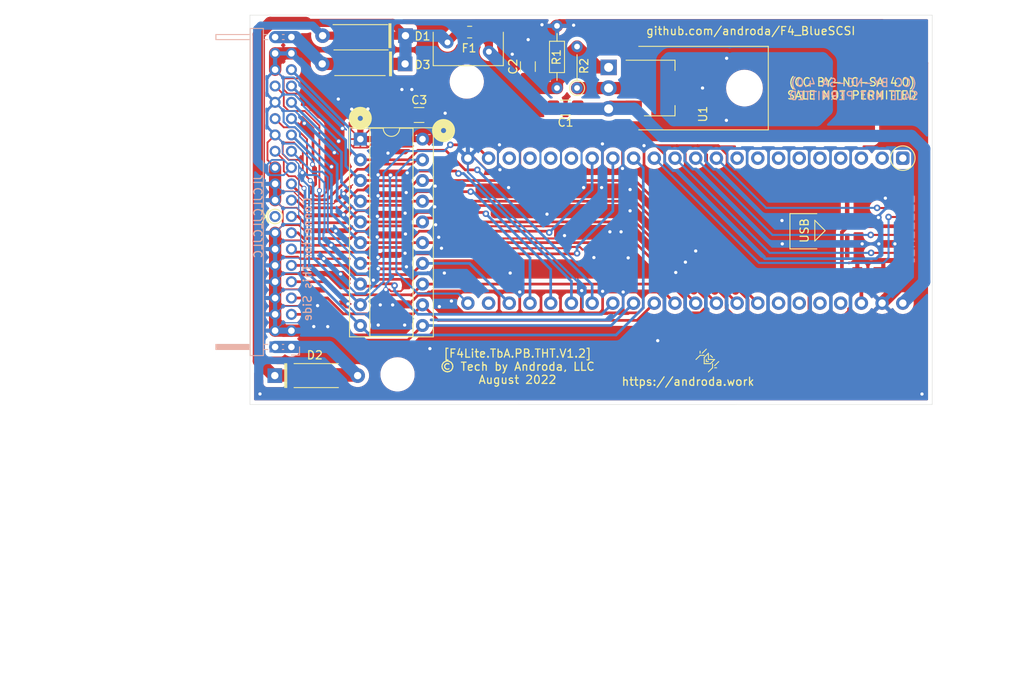
<source format=kicad_pcb>
(kicad_pcb (version 20211014) (generator pcbnew)
  (layers (0 "F.Cu" signal) (31 "B.Cu" signal) (34 "B.Paste" user) (35 "F.Paste" user) (36 "B.SilkS" user "B.Silkscreen") (37 "F.SilkS" user "F.Silkscreen") (38 "B.Mask" user) (39 "F.Mask" user) (44 "Edge.Cuts" user))
  (net 0 "")
  (net 1 "GND")
  (net 2 "VBUS")
  (net 3 "+5V")
  (net 9 "DB4")
  (net 10 "DB5")
  (net 11 "DB6")
  (net 12 "DB7")
  (net 13 "ATN")
  (net 14 "BSY")
  (net 15 "ACK")
  (net 16 "RST")
  (net 17 "MSG")
  (net 18 "SEL")
  (net 19 "C_D")
  (net 20 "REQ")
  (net 21 "I_O")
  (net 22 "DB0")
  (net 23 "DB1")
  (net 24 "SD_CD")
  (net 25 "SD_CLK")
  (net 26 "MISO")
  (net 27 "MOSI")
  (net 28 "DBParity")
  (net 29 "DB2")
  (net 30 "DB3")
  (net 31 "3v3")
  (net 32 "Net-(C2-Pad1)")
  (net 33 "Net-(D1-Pad2)")
  (net 34 "Net-(D2-Pad2)")
  (net 35 "Net-(D3-Pad2)")
  (net 36 "Net-(D1-Pad1)")
  (footprint "CustomFootprints:PowerBook_SCSI_40Pin_UpsideDown" (layer "F.Cu") (at 70.23202 100.89294 180)
    (fp_text reference "J2" hide)
    (fp_text value "PB_SCSI_HD_Pins" hide)
  )
  (footprint "CustomFootprints:microsd_molex_1051620001" (layer "F.Cu") (at 142.055 86.415 90)
    (fp_text reference "SD1" hide)
    (fp_text value "MicroSD-105162-0001")
  )
  (footprint "MountingHole:MountingHole_3.2mm_M3" (layer "F.Cu") (at 83.24596 104.25176)
    (fp_text reference "REF**" hide)
    (fp_text value "MountingHole_3.2mm_M3")
  )
  (footprint "MountingHole:MountingHole_3.2mm_M3" (layer "F.Cu") (at 91.73718 68.35394)
    (fp_text reference "REF**" hide)
    (fp_text value "MountingHole_3.2mm_M3")
  )
  (footprint "Capacitor_SMD:C_1206_3216Metric_Pad1.42x1.75mm_HandSolder" (layer "F.Cu") (at 103.852554 71.538633 180)
    (fp_text reference "C1")
    (fp_text value ">= 10uF")
  )
  (footprint "Capacitor_SMD:C_1206_3216Metric_Pad1.42x1.75mm_HandSolder" (layer "F.Cu") (at 99.233895 66.510373 90)
    (fp_text reference "C2")
    (fp_text value ">= 10uF")
  )
  (footprint "Capacitor_SMD:C_1206_3216Metric_Pad1.42x1.75mm_HandSolder" (layer "F.Cu") (at 85.88756 72.45096)
    (fp_text reference "C3")
    (fp_text value ">= 10uF")
  )
  (footprint "Diode_THT:D_A-405_P10.16mm_Horizontal" (layer "F.Cu") (at 68.19646 104.4067)
    (fp_text reference "D2")
    (fp_text value "D")
  )
  (footprint "Diode_THT:D_A-405_P10.16mm_Horizontal" (layer "F.Cu") (at 84.17306 66.1797 180)
    (fp_text reference "D3")
    (fp_text value "D")
  )
  (footprint "Resistor_THT:R_Axial_DIN0204_L3.6mm_D1.6mm_P7.62mm_Horizontal" (layer "F.Cu") (at 102.802594 69.135792 90)
    (fp_text reference "R1")
    (fp_text value "154")
  )
  (footprint "Resistor_THT:R_Axial_DIN0204_L3.6mm_D1.6mm_P5.08mm_Vertical" (layer "F.Cu") (at 105.261315 69.135793 90)
    (fp_text reference "R2")
    (fp_text value "120")
  )
  (footprint "Package_TO_SOT_THT:TO-220-3_Horizontal_TabDown" (layer "F.Cu") (at 109.134815 66.608493 -90)
    (fp_text reference "U1")
    (fp_text value "LD1117V")
  )
  (footprint "Package_DIP:DIP-20_W7.62mm_Socket" (layer "F.Cu") (at 78.6892 75.40244)
    (fp_text reference "U2" hide)
    (fp_text value "ActiveTerm_20DIP")
  )
  (footprint "Diode_THT:D_A-405_P10.16mm_Horizontal" (layer "F.Cu") (at 84.21878 62.72022 180)
    (fp_text reference "D1")
    (fp_text value "D")
  )
  (footprint "CustomFootprints:Fuse_BelFuse_0ZRE0005FF_L8.3mm_W3.8mm" (layer "F.Cu") (at 89.37244 63.54572)
    (fp_text reference "F1")
    (fp_text value "Fuse")
  )
  (footprint "CustomFootprints:F4Lite_Footprint" (layer "F.Cu") (at 147.7518 85.35924 -90)
    (fp_text reference "U3" hide)
    (fp_text value "F4Lite_Footprint")
  )
  (footprint "CustomFootprints:SpaceshipBug" (layer "F.Cu") (at 124.41682 102.17658 -90)
    (fp_text reference "REF**" hide)
    (fp_text value "SpaceshipBug" hide)
  )
  (footprint "Fuse:Fuse_0805_2012Metric_Pad1.15x1.40mm_HandSolder" (layer "F.Cu") (at 92.0914 62.2808)
    (fp_text reference "F2" hide)
    (fp_text value "Fuse")
  )
  (footprint "Package_TO_SOT_SMD:SOT-223-3_TabPin2" (layer "F.Cu") (at 115.3668 69.1388)
    (fp_text reference "U4" hide)
    (fp_text value "LD1117V-2.85")
  )
  (footprint "Diode_SMD:D_SMA" (layer "F.Cu") (at 73.5076 104.394)
    (fp_text reference "D5" hide)
    (fp_text value "D")
  )
  (footprint "Diode_SMD:D_SMA" (layer "F.Cu") (at 78.6196 66.1416 180)
    (fp_text reference "D6" hide)
    (fp_text value "D")
  )
  (footprint "Diode_SMD:D_SMA" (layer "F.Cu") (at 78.6384 62.7888 180)
    (fp_text reference "D4" hide)
    (fp_text value "D")
  )
  (gr_circle (center 88.8873 74.35342) (end 89.19718 74.39914) (layer "F.SilkS") (width 1.1) (fill none))
  (gr_circle (center 78.68158 72.8599) (end 78.99146 72.90562) (layer "F.SilkS") (width 1.1) (fill none))
  (gr_line (start 82.0928 64.4652) (end 75.438 64.4652) (layer "F.SilkS") (width 0.12))
  (gr_line (start 81.7372 67.6148) (end 75.5396 67.6148) (layer "F.SilkS") (width 0.12))
  (gr_line (start 82.042 61.3664) (end 75.3364 61.3664) (layer "F.SilkS") (width 0.12))
  (gr_line (start 148.81352 107.94746) (end 148.81352 60.19546) (layer "Edge.Cuts") (width 0.05))
  (gr_line (start 148.81352 60.19546) (end 65.151 60.198) (layer "Edge.Cuts") (width 0.05))
  (gr_line (start 148.81352 107.94746) (end 65.151 107.95) (layer "Edge.Cuts") (width 0.05))
  (gr_line (start 65.151 60.198) (end 65.151 107.95) (layer "Edge.Cuts") (width 0.05))
  (gr_text "Connector This Side" (at 72.2 90.14 90) (layer "B.SilkS") (effects (font (size 1 1)) (justify mirror)))
  (gr_text "(CC BY-NC-SA 4.0)\nSALE NOT PERMITTED" (at 139.19 69.3) (layer "B.SilkS") (effects (font (size 1 1)) (justify mirror)))
  (gr_text "JLCJLCJLCJLC" (at 66.16954 84.85886 90) (layer "B.SilkS") (effects (font (size 1 1)) (justify mirror)))
  (gr_text "https://androda.work" (at 118.86946 105.1433) (layer "F.SilkS") (effects (font (size 1 1))))
  (gr_text "(CC BY-NC-SA 4.0)\nSALE NOT PERMITTED" (at 138.96 69.22) (layer "F.SilkS") (effects (font (size 1 1))))
  (gr_text "[F4Lite.TbA.PB.THT.V1.2]\n© Tech by Androda, LLC\nAugust 2022" (at 97.96 103.3) (layer "F.SilkS") (effects (font (size 1 1))))
  (gr_text "github.com/androda/F4_BlueSCSI" (at 126.57 62.14) (layer "F.SilkS") (effects (font (size 1 1))))
  (segment (start 84.99856 69.32168) (end 83.77936 69.32168) (width 1) (layer "F.Cu") (net 1))
  (segment (start 97.06102 91.83116) (end 88.9889 91.83116) (width 0.33) (layer "F.Cu") (net 1))
  (segment (start 88.9889 91.83116) (end 85.870026 91.83116) (width 0.33) (layer "F.Cu") (net 1))
  (segment (start 106.06645 81.34745) (end 108.27371 81.34745) (width 1) (layer "F.Cu") (net 1))
  (segment (start 101.576361 84.608179) (end 99.033821 84.608179) (width 0.25) (layer "F.Cu") (net 1))
  (segment (start 103.72485 87.23743) (end 112.753298 87.23743) (width 1) (layer "F.Cu") (net 1))
  (segment (start 108.27371 81.34745) (end 112.036702 81.34745) (width 1) (layer "F.Cu") (net 1))
  (segment (start 110.83163 79.00289) (end 110.841801 78.992719) (width 0.33) (layer "F.Cu") (net 1))
  (segment (start 111.76508 91.83116) (end 97.06102 91.83116) (width 0.33) (layer "F.Cu") (net 1))
  (segment (start 110.91926 94.15526) (end 110.91926 94.15526) (width 0.33) (layer "F.Cu") (net 1))
  (segment (start 98.23196 94.15526) (end 95.70212 94.15526) (width 0.33) (layer "F.Cu") (net 1))
  (segment (start 118.550204 90.494336) (end 119.470468 91.4146) (width 1) (layer "F.Cu") (net 1))
  (segment (start 117.366038 91.759782) (end 119.57304 93.966785) (width 1) (layer "F.Cu") (net 1))
  (segment (start 119.812286 89.123034) (end 124.683491 93.994239) (width 1) (layer "F.Cu") (net 1))
  (segment (start 110.659401 86.772259) (end 112.378514 86.772259) (width 1) (layer "F.Cu") (net 1))
  (segment (start 109.287801 86.772259) (end 104.204279 86.772259) (width 0.25) (layer "F.Cu") (net 1))
  (segment (start 89.855819 95.264461) (end 91.300599 96.709241) (width 0.33) (layer "F.Cu") (net 1))
  (segment (start 95.74657 76.10221) (end 95.561801 76.286979) (width 0.25) (layer "F.Cu") (net 1))
  (segment (start 104.841508 61.437052) (end 102.881334 61.437052) (width 0.2) (layer "F.Cu") (net 1))
  (segment (start 75.1078 88.4047) (end 77.39126 88.4047) (width 0.22) (layer "F.Cu") (net 1))
  (segment (start 76.260739 91.957939) (end 77.38618 93.08338) (width 0.22) (layer "F.Cu") (net 1))
  (segment (start 77.16774 95.6183) (end 77.4954 95.6183) (width 0.22) (layer "F.Cu") (net 1))
  (segment (start 76.63561 84.68487) (end 77.709219 83.611261) (width 0.22) (layer "F.Cu") (net 1))
  (segment (start 76.64577 82.09407) (end 77.74686 80.99298) (width 0.14) (layer "F.Cu") (net 1))
  (segment (start 108.37418 78.74762) (end 108.88726 79.2607) (width 0.33) (layer "F.Cu") (net 1))
  (segment (start 98.23196 94.15526) (end 98.23196 94.15526) (width 0.33) (layer "F.Cu") (net 1))
  (segment (start 123.541801 94.948039) (end 113.201941 84.608179) (width 0.33) (layer "F.Cu") (net 1))
  (segment (start 74.2 90.06) (end 71.26 90.06) (width 0.22) (layer "F.Cu") (net 1))
  (segment (start 112.763001 96.709241) (end 110.223001 96.709241) (width 0.33) (layer "F.Cu") (net 1))
  (segment (start 112.00779 86.42745) (end 102.951461 86.42745) (width 1) (layer "F.Cu") (net 1))
  (segment (start 73.76668 72.41032) (end 81.929542 72.41032) (width 1) (layer "F.Cu") (net 1))
  (segment (start 95.64991 83.88745) (end 112.036702 83.88745) (width 1) (layer "F.Cu") (net 1))
  (segment (start 69.167021 83.827941) (end 69.167021 85.957939) (width 0.22) (layer "F.Cu") (net 1))
  (segment (start 136.401799 94.453721) (end 136.401799 96.617801) (width 0.33) (layer "F.Cu") (net 1))
  (segment (start 70.23202 98.89294) (end 71.92322 98.89294) (width 1.5) (layer "F.Cu") (net 1))
  (segment (start 68.23202 97.847534) (end 69.277426 98.89294) (width 1.5) (layer "F.Cu") (net 1))
  (segment (start 108.39704 96.52508) (end 108.212879 96.709241) (width 0.33) (layer "F.Cu") (net 1))
  (segment (start 69.167021 87.827941) (end 71.367127 87.827941) (width 0.22) (layer "F.Cu") (net 1))
  (segment (start 68.23202 86.89294) (end 69.167021 87.827941) (width 0.22) (layer "F.Cu") (net 1))
  (segment (start 112.218359 81.084597) (end 88.417223 81.084597) (width 0.33) (layer "F.Cu") (net 1))
  (segment (start 67.297019 75.827941) (end 67.297019 77.957939) (width 0.22) (layer "F.Cu") (net 1))
  (segment (start 100.841799 96.597459) (end 100.953581 96.709241) (width 0.33) (layer "F.Cu") (net 1))
  (segment (start 68.23202 98.89294) (end 70.23202 98.89294) (width 1.5) (layer "F.Cu") (net 1))
  (segment (start 69.167021 85.957939) (end 68.23202 86.89294) (width 0.22) (layer "F.Cu") (net 1))
  (segment (start 133.701801 96.899719) (end 133.701801 94.430839) (width 0.33) (layer "F.Cu") (net 1))
  (segment (start 127.20574 99.79406) (end 126.241799 98.830119) (width 0.33) (layer "F.Cu") (net 1))
  (segment (start 100.953581 96.709241) (end 103.237041 96.709241) (width 0.33) (layer "F.Cu") (net 1))
  (segment (start 105.78592 96.677502) (end 105.817659 96.709241) (width 0.33) (layer "F.Cu") (net 1))
  (segment (start 123.6599 77.286138) (end 123.6599 79.1972) (width 0.33) (layer "F.Cu") (net 1))
  (segment (start 120.038842 76.20508) (end 121.161799 77.328037) (width 0.33) (layer "F.Cu") (net 1))
  (segment (start 73.40854 95.8596) (end 73.44156 95.82658) (width 0.22) (layer "F.Cu") (net 1))
  (segment (start 100.841799 94.176861) (end 100.841799 96.597459) (width 0.33) (layer "F.Cu") (net 1))
  (segment (start 141.863612 61.515792) (end 109.574235 61.515792) (width 0.2) (layer "F.Cu") (net 1))
  (segment (start 71.63054 80.447542) (end 71.63054 80.30972) (width 0.14) (layer "F.Cu") (net 1))
  (segment (start 113.201941 84.608179) (end 112.146212 83.55245) (width 0.33) (layer "F.Cu") (net 1))
  (segment (start 83.77936 70.560502) (end 83.77936 69.32168) (width 1) (layer "F.Cu") (net 1))
  (segment (start 73.44156 95.82658) (end 74.16038 95.82658) (width 0.33) (layer "F.Cu") (net 1))
  (segment (start 71.8693 84.80044) (end 76.52004 84.80044) (width 0.22) (layer "F.Cu") (net 1))
  (segment (start 110.91926 94.15526) (end 112.589022 94.15526) (width 0.33) (layer "F.Cu") (net 1))
  (segment (start 95.70212 94.15526) (end 90.03538 94.15526) (width 0.33) (layer "F.Cu") (net 1))
  (segment (start 73.08 79.54) (end 73.08 80.19) (width 0.22) (layer "F.Cu") (net 1))
  (segment (start 79.679342 89.90838) (end 79.747922 89.97696) (width 0.33) (layer "F.Cu") (net 1))
  (segment (start 95.179061 84.608179) (end 95.179061 84.026059) (width 1) (layer "F.Cu") (net 1))
  (segment (start 72.66686 81.81086) (end 72.66686 81.28762) (width 0.22) (layer "F.Cu") (net 1))
  (segment (start 84.99856 69.32168) (end 84.99856 70.07446) (width 0.2) (layer "F.Cu") (net 1))
  (segment (start 73.14 81.02) (end 73.16678 81.04678) (width 0.22) (layer "F.Cu") (net 1))
  (segment (start 89.148797 94.557439) (end 89.855819 95.264461) (width 0.33) (layer "F.Cu") (net 1))
  (segment (start 68.23202 80.89294) (end 69.127021 81.787941) (width 0.14) (layer "F.Cu") (net 1))
  (segment (start 119.563852 91.4146) (end 122.143491 93.994239) (width 1) (layer "F.Cu") (net 1))
  (segment (start 86.868401 94.347441) (end 86.658861 94.347441) (width 0.33) (layer "F.Cu") (net 1))
  (segment (start 69.167021 87.957939) (end 69.167021 87.827941) (width 0.22) (layer "F.Cu") (net 1))
  (segment (start 75.66 86.66734) (end 77.10932 86.66734) (width 0.22) (layer "F.Cu") (net 1))
  (segment (start 69.19868 95.8596) (end 69.26536 95.8596) (width 0.22) (layer "F.Cu") (net 1))
  (segment (start 97.81794 79.34198) (end 98.2853 78.87462) (width 0.25) (layer "F.Cu") (net 1))
  (segment (start 105.78592 94.15526) (end 103.16718 94.15526) (width 0.33) (layer "F.Cu") (net 1))
  (segment (start 80.382221 92.597779) (end 80.28 92.7) (width 0.33) (layer "F.Cu") (net 1))
  (segment (start 102.365054 71.538633) (end 96.508475 71.538633) (width 1.5) (layer "F.Cu") (net 1))
  (segment (start 112.352599 86.772259) (end 112.00779 86.42745) (width 1) (layer "F.Cu") (net 1))
  (segment (start 103.237041 94.963279) (end 103.237041 96.709241) (width 0.33) (layer "F.Cu") (net 1))
  (segment (start 112.146212 83.55245) (end 88.96858 83.55245) (width 0.33) (layer "F.Cu") (net 1))
  (segment (start 113.203211 82.069449) (end 112.273571 82.069449) (width 0.25) (layer "F.Cu") (net 1))
  (segment (start 80.85328 89.90838) (end 79.679342 89.90838) (width 0.33) (layer "F.Cu") (net 1))
  (segment (start 68.23202 66.89294) (end 68.23202 64.89294) (width 1.5) (layer "F.Cu") (net 1))
  (segment (start 82.232584 93.85046) (end 82.454905 94.072781) (width 0.22) (layer "F.Cu") (net 1))
  (segment (start 104.42176 88.78824) (end 104.58 88.63) (width 0.25) (layer "F.Cu") (net 1))
  (segment (start 69.167021 75.827941) (end 69.167021 77.211743) (width 0.22) (layer "F.Cu") (net 1))
  (segment (start 79.732682 87.42172) (end 84.44992 87.42172) (width 0.33) (layer "F.Cu") (net 1))
  (segment (start 68.23202 66.89294) (end 69.297019 67.957939) (width 0.22) (layer "F.Cu") (net 1))
  (segment (start 69.297019 67.957939) (end 71.346299 67.957939) (width 0.22) (layer "F.Cu") (net 1))
  (segment (start 69.783219 69.827941) (end 71.390979 69.827941) (width 0.22) (layer "F.Cu") (net 1))
  (segment (start 68.23202 92.89294) (end 69.167021 93.827941) (width 0.22) (layer "F.Cu") (net 1))
  (segment (start 68.23202 92.89294) (end 69.167021 91.957939) (width 0.22) (layer "F.Cu") (net 1))
  (segment (start 80.488379 99.427441) (end 77.761241 99.427441) (width 0.33) (layer "F.Cu") (net 1))
  (segment (start 98.2853 78.87462) (end 98.2853 76.40574) (width 0.25) (layer "F.Cu") (net 1))
  (segment (start 97.621655 65.022873) (end 96.046195 66.598333) (width 1.5) (layer "F.Cu") (net 1))
  (segment (start 133.28904 97.31248) (end 133.701801 96.899719) (width 0.33) (layer "F.Cu") (net 1))
  (segment (start 71.63054 80.30972) (end 71.63054 76.907658) (width 0.22) (layer "F.Cu") (net 1))
  (segment (start 74.200435 93.827941) (end 75.990794 95.6183) (width 0.22) (layer "F.Cu") (net 1))
  (segment (start 95.8596 75.98918) (end 95.74657 76.10221) (width 0.25) (layer "F.Cu") (net 1))
  (segment (start 81.80832 93.85046) (end 82.232584 93.85046) (width 0.22) (layer "F.Cu") (net 1))
  (segment (start 68.23202 96.89294) (end 68.23202 97.847534) (width 1.5) (layer "F.Cu") (net 1))
  (segment (start 85.749999 94.557439) (end 89.148797 94.557439) (width 0.33) (layer "F.Cu") (net 1))
  (segment (start 103.16718 94.15526) (end 100.8634 94.15526) (width 0.33) (layer "F.Cu") (net 1))
  (segment (start 68.23202 78.89294) (end 68.23202 82.89294) (width 1.5) (layer "F.Cu") (net 1))
  (segment (start 82.117502 72.22236) (end 81.929542 72.41032) (width 1) (layer "F.Cu") (net 1))
  (segment (start 112.664047 84.608179) (end 118.550204 90.494336) (width 1) (layer "F.Cu") (net 1))
  (segment (start 110.841801 78.992719) (end 110.841801 76.069201) (width 0.33) (layer "F.Cu") (net 1))
  (segment (start 81.44 89.4) (end 84.17 89.4) (width 0.33) (layer "F.Cu") (net 1))
  (segment (start 108.37418 75.98918) (end 95.8596 75.98918) (width 0.25) (layer "F.Cu") (net 1))
  (segment (start 104.58 88.63) (end 105.61 88.63) (width 0.25) (layer "F.Cu") (net 1))
  (segment (start 68.23202 90.89294) (end 69.167021 89.957939) (width 0.22) (layer "F.Cu") (net 1))
  (segment (start 112.036702 81.34745) (end 119.812286 89.123034) (width 1) (layer "F.Cu") (net 1))
  (segment (start 138.29284 93.74378) (end 138.781801 94.232741) (width 0.33) (layer "F.Cu") (net 1))
  (segment (start 111.47185 82.15743) (end 93.33597 82.15743) (width 1) (layer "F.Cu") (net 1))
  (segment (start 72.308299 81.125301) (end 71.63054 80.447542) (width 0.14) (layer "F.Cu") (net 1))
  (segment (start 143.07566 61.59754) (end 143.07566 61.63564) (width 1.5) (layer "F.Cu") (net 1))
  (segment (start 118.461801 96.090441) (end 118.461801 94.948039) (width 0.33) (layer "F.Cu") (net 1))
  (segment (start 83.628405 94.072781) (end 85.103407 92.597779) (width 0.22) (layer "F.Cu") (net 1))
  (segment (start 109.574235 61.515792) (end 109.495495 61.437052) (width 0.2) (layer "F.Cu") (net 1))
  (segment (start 87.96105 83.55245) (end 87.80526 83.70824) (width 0.25) (layer "F.Cu") (net 1))
  (segment (start 69.277426 98.89294) (end 70.23202 98.89294) (width 1.5) (layer "F.Cu") (net 1))
  (segment (start 103.122166 61.19622) (end 142.63624 61.19622) (width 1) (layer "F.Cu") (net 1))
  (segment (start 113.203211 82.069449) (end 112.218359 81.084597) (width 0.33) (layer "F.Cu") (net 1))
  (segment (start 73.14 80.29) (end 73.14 81.02) (width 0.22) (layer "F.Cu") (net 1))
  (segment (start 74.16038 95.82658) (end 77.761241 99.427441) (width 0.33) (layer "F.Cu") (net 1))
  (segment (start 69.167021 83.827941) (end 70.896801 83.827941) (width 0.22) (layer "F.Cu") (net 1))
  (segment (start 120.038842 76.20508) (end 122.578842 76.20508) (width 0.33) (layer "F.Cu") (net 1))
  (segment (start 122.578842 76.20508) (end 123.6599 77.286138) (width 0.33) (layer "F.Cu") (net 1))
  (segment (start 79.719982 84.86902) (end 79.750462 84.8995) (width 0.33) (layer "F.Cu") (net 1))
  (segment (start 127.2032 101.96322) (end 124.33458 101.96322) (width 0.33) (layer "F.Cu") (net 1))
  (segment (start 69.297019 91.957939) (end 76.260739 91.957939) (width 0.22) (layer "F.Cu") (net 1))
  (segment (start 77.912141 99.362441) (end 81.272199 99.362441) (width 0.2) (layer "F.Cu") (net 1))
  (segment (start 68.23202 74.89294) (end 67.297019 75.827941) (width 0.22) (layer "F.Cu") (net 1))
  (segment (start 103.87584 88.78824) (end 104.42176 88.78824) (width 0.25) (layer "F.Cu") (net 1))
  (segment (start 131.26466 94.25178) (end 131.26466 96.75114) (width 0.33) (layer "F.Cu") (net 1))
  (segment (start 110.91926 94.15526) (end 105.78592 94.15526) (width 0.33) (layer "F.Cu") (net 1))
  (segment (start 68.23202 88.89294) (end 69.167021 87.957939) (width 0.22) (layer "F.Cu") (net 1))
  (segment (start 100.8634 94.15526) (end 100.841799 94.176861) (width 0.33) (layer "F.Cu") (net 1))
  (segment (start 142.6718 95.51924) (end 147.56384 90.6272) (width 1.5) (layer "F.Cu") (net 1))
  (segment (start 68.23202 88.89294) (end 69.167021 89.827941) (width 0.22) (layer "F.Cu") (net 1))
  (segment (start 112.2168 65.7348) (end 109.8296 63.3476) (width 1.5) (layer "F.Cu") (net 1))
  (segment (start 127.20574 99.79406) (end 123.541801 96.130121) (width 0.33) (layer "F.Cu") (net 1))
  (segment (start 121.001801 96.090441) (end 121.001801 94.948039) (width 0.33) (layer "F.Cu") (net 1))
  (segment (start 114.958842 76.20508) (end 116.01704 77.263278) (width 0.33) (layer "F.Cu") (net 1))
  (segment (start 75.66 86.66734) (end 71.85914 86.66734) (width 0.22) (layer "F.Cu") (net 1))
  (segment (start 102.802594 61.515792) (end 103.122166 61.19622) (width 1) (layer "F.Cu") (net 1))
  (segment (start 104.204279 86.772259) (end 110.659401 86.772259) (width 1) (layer "F.Cu") (net 1))
  (segment (start 113.726451 87.672689) (end 112.658227 87.672689) (width 0.25) (layer "F.Cu") (net 1))
  (segment (start 129.63868 99.35248) (end 129.63868 99.78452) (width 0.33) (layer "F.Cu") (net 1))
  (segment (start 113.381801 96.090441) (end 112.763001 96.709241) (width 0.33) (layer "F.Cu") (net 1))
  (segment (start 80.86344 79.78902) (end 84.528872 79.78902) (width 0.33) (layer "F.Cu") (net 1))
  (segment (start 68.23202 90.89294) (end 69.297019 91.957939) (width 0.22) (layer "F.Cu") (net 1))
  (segment (start 102.951461 87.23743) (end 103.72485 87.23743) (width 1) (layer "F.Cu") (net 1))
  (segment (start 71.366459 70.363001) (end 71.366459 70.487619) (width 0.22) (layer "F.Cu") (net 1))
  (segment (start 137.11174 93.74378) (end 136.66724 94.18828) (width 0.33) (layer "F.Cu") (net 1))
  (segment (start 95.70212 94.15526) (end 95.70212 96.64954) (width 0.33) (layer "F.Cu") (net 1))
  (segment (start 69.286066 64.8843) (end 71.52132 64.8843) (width 1.5) (layer "F.Cu") (net 1))
  (segment (start 69.167021 89.957939) (end 69.167021 89.827941) (width 0.22) (layer "F.Cu") (net 1))
  (segment (start 69.902798 77.94752) (end 71.49592 77.94752) (width 0.22) (layer "F.Cu") (net 1))
  (segment (start 113.4745 76.20508) (end 113.4745 78.79588) (width 0.33) (layer "F.Cu") (net 1))
  (segment (start 117.498842 76.20508) (end 120.038842 76.20508) (width 0.33) (layer "F.Cu") (net 1))
  (segment (start 138.781801 95.999484) (end 138.56716 96.214125) (width 0.33) (layer "F.Cu") (net 1))
  (segment (start 78.77048 107.15498) (end 78.46568 107.15498) (width 0.33) (layer "F.Cu") (net 1))
  (segment (start 136.66724 94.18828) (end 136.401799 94.453721) (width 0.33) (layer "F.Cu") (net 1))
  (segment (start 73.16678 81.04678) (end 72.92594 81.28762) (width 0.22) (layer "F.Cu") (net 1))
  (segment (start 102.881334 61.437052) (end 102.802594 61.515792) (width 0.2) (layer "F.Cu") (net 1))
  (segment (start 77.10932 86.66734) (end 77.69098 86.08568) (width 0.22) (layer "F.Cu") (net 1))
  (segment (start 124.33458 101.96322) (end 118.461801 96.090441) (width 0.33) (layer "F.Cu") (net 1))
  (segment (start 126.241799 98.830119) (end 126.241799 95.108037) (width 0.33) (layer "F.Cu") (net 1))
  (segment (start 71.63054 76.907658) (end 70.550823 75.827941) (width 0.22) (layer "F.Cu") (net 1))
  (segment (start 68.23202 96.89294) (end 69.26536 95.8596) (width 0.22) (layer "F.Cu") (net 1))
  (segment (start 72.826111 78.509629) (end 72.826111 75.213711) (width 0.22) (layer "F.Cu") (net 1))
  (segment (start 110.57382 79.2607) (end 110.83163 79.00289) (width 0.33) (layer "F.Cu") (net 1))
  (segment (start 71.9709 83.31454) (end 75.4253 83.31454) (width 0.14) (layer "F.Cu") (net 1))
  (segment (start 108.39704 94.0689) (end 108.39704 96.52508) (width 0.33) (layer "F.Cu") (net 1))
  (segment (start 95.511301 84.026059) (end 95.64991 83.88745) (width 1) (layer "F.Cu") (net 1))
  (segment (start 112.573459 87.587921) (end 88.217841 87.587921) (width 0.25) (layer "F.Cu") (net 1))
  (segment (start 73.08 78.763518) (end 73.08 79.54) (width 0.22) (layer "F.Cu") (net 1))
  (segment (start 93.33597 82.15743) (end 93.315339 82.136799) (width 1) (layer "F.Cu") (net 1))
  (segment (start 91.300599 96.709241) (end 95.761821 96.709241) (width 0.33) (layer "F.Cu") (net 1))
  (segment (start 118.461801 94.948039) (end 115.344922 91.83116) (width 0.33) (layer "F.Cu") (net 1))
  (segment (start 102.740976 61.515792) (end 99.233895 65.022873) (width 1.5) (layer "F.Cu") (net 1))
  (segment (start 138.781801 94.232741) (end 138.781801 95.999484) (width 0.33) (layer "F.Cu") (net 1))
  (segment (start 73.272721 82.416721) (end 72.66686 81.81086) (width 0.22) (layer "F.Cu") (net 1))
  (segment (start 75.990794 95.6183) (end 77.16774 95.6183) (width 0.22) (layer "F.Cu") (net 1))
  (segment (start 80.86344 82.34934) (end 79.740302 82.34934) (width 0.33) (layer "F.Cu") (net 1))
  (segment (start 118.5291 77.235338) (end 118.5291 78.74762) (width 0.33) (layer "F.Cu") (net 1))
  (segment (start 68.23202 66.89294) (end 68.23202 65.938346) (width 1.5) (layer "F.Cu") (net 1))
  (segment (start 73.265901 78.949419) (end 73.265901 80.947659) (width 0.22) (layer "F.Cu") (net 1))
  (segment (start 121.161799 77.328037) (end 121.161799 79.053679) (width 0.33) (layer "F.Cu") (net 1))
  (segment (start 147.56384 66.08572) (end 143.07566 61.59754) (width 1.5) (layer "F.Cu") (net 1))
  (segment (start 115.344922 91.83116) (end 111.76508 91.83116) (width 0.33) (layer "F.Cu") (net 1))
  (segment (start 73.18988 71.83352) (end 71.987001 70.630641) (width 0.22) (layer "F.Cu") (net 1))
  (segment (start 137.11174 93.74378) (end 138.29284 93.74378) (width 0.33) (layer "F.Cu") (net 1))
  (segment (start 105.61 88.63) (end 105.95 88.97) (width 0.25) (layer "F.Cu") (net 1))
  (segment (start 103.16718 94.893418) (end 103.237041 94.963279) (width 0.33) (layer "F.Cu") (net 1))
  (segment (start 112.273571 82.069449) (end 100.754671 82.069449) (width 0.25) (layer "F.Cu") (net 1))
  (segment (start 99.033821 84.608179) (end 112.664047 84.608179) (width 1) (layer "F.Cu") (net 1))
  (segment (start 72.66686 81.27746) (end 72.514701 81.125301) (width 0.14) (layer "F.Cu") (net 1))
  (segment (start 96.09836 79.34198) (end 97.81794 79.34198) (width 0.25) (layer "F.Cu") (net 1))
  (segment (start 70.896801 83.827941) (end 71.8693 84.80044) (width 0.22) (layer "F.Cu") (net 1))
  (segment (start 68.23202 65.938346) (end 69.286066 64.8843) (width 1.5) (layer "F.Cu") (net 1))
  (segment (start 68.23202 94.89294) (end 69.167021 93.957939) (width 0.22) (layer "F.Cu") (net 1))
  (segment (start 76.18244 71.83352) (end 72.55532 71.83352) (width 0.22) (layer "F.Cu") (net 1))
  (segment (start 80.85328 89.90838) (end 80.93162 89.90838) (width 0.33) (layer "F.Cu") (net 1))
  (segment (start 69.127021 81.787941) (end 70.444301 81.787941) (width 0.14) (layer "F.Cu") (net 1))
  (segment (start 80.86344 82.34934) (end 84.385732 82.34934) (width 0.33) (layer "F.Cu") (net 1))
  (segment (start 70.444301 81.787941) (end 71.9709 83.31454) (width 0.14) (layer "F.Cu") (net 1))
  (segment (start 69.26536 95.8596) (end 73.40854 95.8596) (width 0.22) (layer "F.Cu") (net 1))
  (segment (start 79.750462 84.8995) (end 84.498392 84.8995) (width 0.33) (layer "F.Cu") (net 1))
  (segment (start 102.740976 61.515791) (end 99.233894 65.022873) (width 1) (layer "F.Cu") (net 1))
  (segment (start 102.802594 61.515792) (end 102.740976 61.515792) (width 1.5) (layer "F.Cu") (net 1))
  (segment (start 100.8634 94.15526) (end 98.23196 94.15526) (width 0.33) (layer "F.Cu") (net 1))
  (segment (start 131.84632 93.67012) (end 131.26466 94.25178) (width 0.33) (layer "F.Cu") (net 1))
  (segment (start 109.495494 61.437052) (end 104.841508 61.437052) (width 0.2) (layer "F.Cu") (net 1))
  (segment (start 86.658861 94.347441) (end 85.893745 94.347441) (width 0.33) (layer "F.Cu") (net 1))
  (segment (start 81.272199 99.362441) (end 82.83956 97.79508) (width 0.2) (layer "F.Cu") (net 1))
  (segment (start 79.760622 91.29522) (end 79.780942 91.31554) (width 0.33) (layer "F.Cu") (net 1))
  (segment (start 142.63624 61.19622) (end 143.07566 61.63564) (width 1) (layer "F.Cu") (net 1))
  (segment (start 110.91926 94.15526) (end 110.91926 96.51492) (width 0.33) (layer "F.Cu") (net 1))
  (segment (start 99.233895 65.022873) (end 97.621655 65.022873) (width 1.5) (layer "F.Cu") (net 1))
  (segment (start 69.167021 91.957939) (end 69.297019 91.957939) (width 0.22) (layer "F.Cu") (net 1))
  (segment (start 119.240599 96.709241) (end 120.383001 96.709241) (width 0.33) (layer "F.Cu") (net 1))
  (segment (start 112.826021 86.772259) (end 112.146212 86.09245) (width 0.33) (layer "F.Cu") (net 1))
  (segment (start 111.559831 82.069449) (end 111.47185 82.15743) (width 1) (layer "F.Cu") (net 1))
  (segment (start 69.167021 93.827941) (end 74.200435 93.827941) (width 0.22) (layer "F.Cu") (net 1))
  (segment (start 108.37418 75.98918) (end 108.37418 78.74762) (width 0.33) (layer "F.Cu") (net 1))
  (segment (start 70.550823 75.827941) (end 69.167021 75.827941) (width 0.22) (layer "F.Cu") (net 1))
  (segment (start 95.179061 84.026059) (end 95.511301 84.026059) (width 1) (layer "F.Cu") (net 1))
  (segment (start 95.179061 84.026059) (end 95.040452 83.88745) (width 1) (layer "F.Cu") (net 1))
  (segment (start 112.378514 86.772259) (end 117.366038 91.759782) (width 1) (layer "F.Cu") (net 1))
  (segment (start 102.951461 86.42745) (end 102.951461 87.23743) (width 1) (layer "F.Cu") (net 1))
  (segment (start 112.146212 86.09245) (end 87.88485 86.09245) (width 0.25) (layer "F.Cu") (net 1))
  (segment (start 138.56716 96.214125) (end 138.56716 96.47936) (width 0.33) (layer "F.Cu") (net 1))
  (segment (start 138.56716 96.47936) (end 138.21664 96.82988) (width 0.33) (layer "F.Cu") (net 1))
  (segment (start 68.23202 64.89294) (end 70.23202 64.89294) (width 1.5) (layer "F.Cu") (net 1))
  (segment (start 112.589022 94.15526) (end 115.129022 94.15526) (width 0.33) (layer "F.Cu") (net 1))
  (segment (start 69.167021 93.957939) (end 69.167021 93.827941) (width 0.22) (layer "F.Cu") (net 1))
  (segment (start 87.947323 81.084597) (end 87.86114 81.17078) (width 0.25) (layer "F.Cu") (net 1))
  (segment (start 81.929542 72.41032) (end 83.77936 70.560502) (width 1) (layer "F.Cu") (net 1))
  (segment (start 87.060582 94.15526) (end 86.868401 94.347441) (width 0.33) (layer "F.Cu") (net 1))
  (segment (start 71.366459 70.363001) (end 71.719361 70.363001) (width 0.22) (layer "F.Cu") (net 1))
  (segment (start 85.870026 91.83116) (end 85.103407 92.597779) (width 0.33) (layer "F.Cu") (net 1))
  (segment (start 72.826111 78.509629) (end 73.08 78.763518) (width 0.22) (layer "F.Cu") (net 1))
  (segment (start 85.103407 92.597779) (end 80.382221 92.597779) (width 0.33) (layer "F.Cu") (net 1))
  (segment (start 119.470468 91.4146) (end 119.563852 91.4146) (width 1) (layer "F.Cu") (net 1))
  (segment (start 90.03538 94.15526) (end 87.060582 94.15526) (width 0.33) (layer "F.Cu") (net 1))
  (segment (start 80.88122 98.2091) (end 80.88122 99.0346) (width 0.33) (layer "F.Cu") (net 1))
  (segment (start 69.167021 75.827941) (end 68.23202 74.89294) (width 0.22) (layer "F.Cu") (net 1))
  (segment (start 115.921801 94.948039) (end 115.921801 96.617779) (width 0.33) (layer "F.Cu") (net 1))
  (segment (start 117.498842 76.20508) (end 118.5291 77.235338) (width 0.33) (layer "F.Cu") (net 1))
  (segment (start 80.93162 89.90838) (end 81.44 89.4) (width 0.33) (layer "F.Cu") (net 1))
  (segment (start 69.167021 77.211743) (end 69.902798 77.94752) (width 0.22) (layer "F.Cu") (net 1))
  (segment (start 95.561801 78.805421) (end 96.09836 79.34198) (width 0.25) (layer "F.Cu") (net 1))
  (segment (start 112.2168 66.8388) (end 112.2168 65.7348) (width 1.5) (layer "F.Cu") (net 1))
  (segment (start 147.56384 90.6272) (end 147.56384 66.08572) (width 1.5) (layer "F.Cu") (net 1))
  (segment (start 80.88122 99.0346) (end 80.488379 99.427441) (width 0.33) (layer "F.Cu") (net 1))
  (segment (start 112.589022 94.15526) (end 113.381801 94.948039) (width 0.33) (layer "F.Cu") (net 1))
  (segment (start 71.26 90.06) (end 71.027941 89.827941) (width 0.22) (layer "F.Cu") (net 1))
  (segment (start 71.149739 85.957939) (end 69.167021 85.957939) (width 0.22) (layer "F.Cu") (net 1))
  (segment (start 68.23202 94.89294) (end 69.19868 95.8596) (width 0.22) (layer "F.Cu") (net 1))
  (segment (start 92.709798 77.73924) (end 94.147438 79.17688) (width 0.25) (layer "F.Cu") (net 1))
  (segment (start 72.66686 81.28762) (end 72.66686 81.27746) (width 0.14) (layer "F.Cu") (net 1))
  (segment (start 68.23202 86.89294) (end 68.23202 98.89294) (width 1.5) (layer "F.Cu") (net 1))
  (segment (start 71.987001 70.630641) (end 73.76668 72.41032) (width 1) (layer "F.Cu") (net 1))
  (segment (start 95.761821 96.709241) (end 100.953581 96.709241) (width 0.33) (layer "F.Cu") (net 1))
  (segment (start 123.541801 96.130121) (end 123.541801 94.948039) (width 0.33) (layer "F.Cu") (net 1))
  (segment (start 88.63838 88.78824) (end 103.87584 88.78824) (width 0.25) (layer "F.Cu") (net 1))
  (segment (start 71.943886 88.4047) (end 75.1078 88.4047) (width 0.22) (layer "F.Cu") (net 1))
  (segment (start 105.817659 96.709241) (end 108.212879 96.709241) (width 0.33) (layer "F.Cu") (net 1))
  (segment (start 71.027941 89.827941) (end 69.167021 89.827941) (width 0.22) (layer "F.Cu") (net 1))
  (segment (start 67.297019 77.957939) (end 68.23202 78.89294) (width 0.22) (layer "F.Cu") (net 1))
  (segment (start 73.311579 82.416721) (end 73.993181 82.416721) (width 0.22) (layer "F.Cu") (net 1))
  (segment (start 108.59008 76.20508) (end 108.37418 75.98918) (width 0.33) (layer "F.Cu") (net 1))
  (segment (start 71.85914 86.66734) (end 71.149739 85.957939) (width 0.22) (layer "F.Cu") (net 1))
  (segment (start 71.366459 70.487619) (end 71.48068 70.60184) (width 0.22) (layer "F.Cu") (net 1))
  (segment (start 108.88726 79.2607) (end 110.57382 79.2607) (width 0.33) (layer "F.Cu") (net 1))
  (segment (start 120.383001 96.709241) (end 121.001801 96.090441) (width 0.33) (layer "F.Cu") (net 1))
  (segment (start 102.365054 71.538632) (end 96.508475 71.538633) (width 1) (layer "F.Cu") (net 1))
  (segment (start 121.001801 94.948039) (end 113.726451 87.672689) (width 0.33) (layer "F.Cu") (net 1))
  (segment (start 82.454905 94.072781) (end 83.628405 94.072781) (width 0.22) (layer "F.Cu") (net 1))
  (segment (start 116.01704 77.263278) (end 116.01704 78.96606) (width 0.33) (layer "F.Cu") (net 1))
  (segment (start 113.726451 87.672689) (end 112.826021 86.772259) (width 0.33) (layer "F.Cu") (net 1))
  (segment (start 95.561801 76.286979) (end 95.561801 78.805421) (width 0.25) (layer "F.Cu") (net 1))
  (segment (start 72.514701 81.125301) (end 72.308299 81.125301) (width 0.14) (layer "F.Cu") (net 1))
  (segment (start 79.780942 91.31554) (end 84.886554 91.31554) (width 0.33) (layer "F.Cu") (net 1))
  (segment (start 73.257859 82.363001) (end 73.311579 82.416721) (width 0.22) (layer "F.Cu") (net 1))
  (segment (start 93.315339 82.136799) (end 93.315339 81.34745) (width 1) (layer "F.Cu") (net 1))
  (segment (start 80.86344 79.78902) (end 79.719982 79.78902) (width 0.33) (layer "F.Cu") (net 1))
  (segment (start 99.033821 84.608179) (end 95.179061 84.608179) (width 1) (layer "F.Cu") (net 1))
  (segment (start 103.237041 96.709241) (end 105.817659 96.709241) (width 0.33) (layer "F.Cu") (net 1))
  (segment (start 112.273571 82.069449) (end 111.559831 82.069449) (width 1) (layer "F.Cu") (net 1))
  (segment (start 91.8718 77.73924) (end 92.709798 77.73924) (width 0.25) (layer "F.Cu") (net 1))
  (segment (start 122.325418 99.79406) (end 119.240599 96.709241) (width 0.33) (layer "F.Cu") (net 1))
  (segment (start 96.046195 66.598333) (end 96.046195 71.076353) (width 1.5) (layer "F.Cu") (net 1))
  (segment (start 75.4253 83.31454) (end 76.64577 82.09407) (width 0.14) (layer "F.Cu") (net 1))
  (segment (start 103.16718 94.15526) (end 103.16718 94.893418) (width 0.33) (layer "F.Cu") (net 1))
  (segment (start 86.658861 94.347441) (end 89.045639 94.347441) (width 0.33) (layer "F.Cu") (net 1))
  (segment (start 98.23196 94.15526) (end 98.23196 96.49206) (width 0.33) (layer "F.Cu") (net 1))
  (segment (start 113.4745 76.20508) (end 114.958842 76.20508) (width 0.33) (layer "F.Cu") (net 1))
  (segment (start 85.893745 94.347441) (end 85.765763 94.475423) (width 0.33) (layer "F.Cu") (net 1))
  (segment (start 69.297019 69.341741) (end 69.783219 69.827941) (width 0.22) (layer "F.Cu") (net 1))
  (segment (start 72.826111 75.213711) (end 71.060581 73.448181) (width 0.22) (layer "F.Cu") (net 1))
  (segment (start 71.719361 70.363001) (end 71.987001 70.630641) (width 0.22) (layer "F.Cu") (net 1))
  (segment (start 80.75676 87.39886) (end 79.709822 87.39886) (width 0.33) (layer "F.Cu") (net 1))
  (segment (start 88.417223 81.084597) (end 87.947323 81.084597) (width 0.25) (layer "F.Cu") (net 1))
  (segment (start 142.83744 62.48962) (end 141.863612 61.515792) (width 0.25) (layer "F.Cu") (net 1))
  (segment (start 93.315339 81.34745) (end 96.86657 81.34745) (width 1) (layer "F.Cu") (net 1))
  (segment (start 81.13014 95.73514) (end 84.572298 95.73514) (width 0.33) (layer "F.Cu") (net 1))
  (segment (start 76.52004 84.80044) (end 76.63561 84.68487) (width 0.22) (layer "F.Cu") (net 1))
  (segment (start 75.743678 107.15498) (end 78.77048 107.15498) (width 0.25) (layer "F.Cu") (net 1))
  (segment (start 73.993181 82.416721) (end 73.272721 82.416721) (width 0.22) (layer "F.Cu") (net 1))
  (segment (start 115.129022 94.15526) (end 115.921801 94.948039) (width 0.33) (layer "F.Cu") (net 1))
  (segment (start 108.212879 96.709241) (end 110.223001 96.709241) (width 0.33) (layer "F.Cu") (net 1))
  (segment (start 105.78592 94.15526) (end 105.78592 96.677502) (width 0.33) (layer "F.Cu") (net 1))
  (segment (start 76.260739 91.957939) (end 76.260739 91.957939) (width 0.22) (layer "F.Cu") (net 1))
  (segment (start 112.826021 86.772259) (end 109.287801 86.772259) (width 0.25) (layer "F.Cu") (net 1))
  (segment (start 132.47116 97.31248) (end 133.28904 97.31248) (width 0.33) (layer "F.Cu") (net 1))
  (segment (start 73.265901 80.947659) (end 73.16678 81.04678) (width 0.22) (layer "F.Cu") (net 1))
  (segment (start 80.77962 84.86902) (end 79.719982 84.86902) (width 0.33) (layer "F.Cu") (net 1))
  (segment (start 127.20574 99.79406) (end 122.325418 99.79406) (width 0.33) (layer "F.Cu") (net 1))
  (segment (start 126.241799 95.108037) (end 113.203211 82.069449) (width 0.33) (layer "F.Cu") (net 1))
  (segment (start 72.66686 81.28762) (end 72.92594 81.28762) (width 0.14) (layer "F.Cu") (net 1))
  (segment (start 112.378514 86.772259) (end 112.352599 86.772259) (width 1) (layer "F.Cu") (net 1))
  (segment (start 95.70212 96.64954) (end 95.761821 96.709241) (width 0.33) (layer "F.Cu") (net 1))
  (segment (start 113.4745 76.20508) (end 117.498842 76.20508) (width 0.33) (layer "F.Cu") (net 1))
  (segment (start 113.381801 94.948039) (end 113.381801 96.090441) (width 0.33) (layer "F.Cu") (net 1))
  (segment (start 113.4745 76.20508) (end 108.59008 76.20508) (width 0.33) (layer "F.Cu") (net 1))
  (segment (start 71.367127 87.827941) (end 71.943886 88.4047) (width 0.22) (layer "F.Cu") (net 1))
  (segment (start 96.508475 71.538633) (end 96.046195 71.076353) (width 1.5) (layer "F.Cu") (net 1))
  (segment (start 69.297019 67.957939) (end 69.297019 69.341741) (width 0.22) (layer "F.Cu") (net 1))
  (segment (start 73.993181 82.416721) (end 74.74458 81.665322) (width 0.22) (layer "F.Cu") (net 1))
  (segment (start 80.87614 91.29522) (end 79.760622 91.29522) (width 0.33) (layer "F.Cu") (net 1))
  (segment (start 113.201941 84.608179) (end 101.576361 84.608179) (width 0.25) (layer "F.Cu") (net 1))
  (segment (start 74.74458 81.665322) (end 74.74458 81.47304) (width 0.22) (layer "F.Cu") (net 1))
  (segment (start 84.572298 95.73514) (end 85.749999 94.557439) (width 0.33) (layer "F.Cu") (net 1))
  (segment (start 72.826111 78.509629) (end 73.265901 78.949419) (width 0.22) (layer "F.Cu") (net 1))
  (segment (start 97.621655 65.022873) (end 99.233894 65.022873) (width 1) (layer "F.Cu") (net 1))
  (segment (start 88.96858 83.55245) (end 87.96105 83.55245) (width 0.25) (layer "F.Cu") (net 1))
  (segment (start 79.709822 87.39886) (end 79.732682 87.42172) (width 0.33) (layer "F.Cu") (net 1))
  (segment (start 112.658227 87.672689) (end 112.573459 87.587921) (width 0.25) (layer "F.Cu") (net 1))
  (segment (start 68.23202 82.89294) (end 69.167021 83.827941) (width 0.22) (layer "F.Cu") (net 1))
  (via (at 81.80832 93.85046) (size 0.6) (drill 0.4) (layers "F.Cu" "B.Cu") (net 1))
  (via (at 117.366038 91.759782) (size 0.6) (drill 0.4) (layers "F.Cu" "B.Cu") (net 1))
  (via (at 81.13014 95.73514) (size 0.6) (drill 0.4) (layers "F.Cu" "B.Cu") (net 1))
  (via (at 87.21598 101.09962) (size 0.6) (drill 0.4) (layers "F.Cu" "B.Cu") (net 1))
  (via (at 89.855819 95.264461) (size 0.6) (drill 0.4) (layers "F.Cu" "B.Cu") (net 1))
  (via (at 87.80526 83.70824) (size 0.6) (drill 0.4) (layers "F.Cu" "B.Cu") (net 1))
  (via (at 76.63561 84.68487) (size 0.6) (drill 0.4) (layers "F.Cu" "B.Cu") (net 1))
  (via (at 109.287801 86.772259) (size 0.6) (drill 0.4) (layers "F.Cu" "B.Cu") (net 1))
  (via (at 110.83163 79.00289) (size 0.6) (drill 0.4) (layers "F.Cu" "B.Cu") (net 1))
  (via (at 84.99856 69.32168) (size 0.8) (drill 0.4) (layers "F.Cu" "B.Cu") (net 1))
  (via (at 84.34 91.06) (size 0.6) (drill 0.4) (layers "F.Cu" "B.Cu") (net 1))
  (via (at 80.85328 89.90838) (size 0.6) (drill 0.4) (layers "F.Cu" "B.Cu") (net 1))
  (via (at 99.26828 63.2079) (size 0.6) (drill 0.4) (layers "F.Cu" "B.Cu") (net 1))
  (via (at 100.95992 61.3791) (size 0.6) (drill 0.4) (layers "F.Cu" "B.Cu") (net 1))
  (via (at 89.08796 72.22998) (size 0.6) (drill 0.4) (layers "F.Cu" "B.Cu") (net 1))
  (via (at 82.64906 95.73768) (size 0.6) (drill 0.4) (layers "F.Cu" "B.Cu") (net 1))
  (via (at 143.07 82.65) (size 0.8) (drill 0.4) (layers "F.Cu" "B.Cu") (net 1))
  (via (at 107.3277 89.93124) (size 0.6) (drill 0.4) (layers "F.Cu" "B.Cu") (net 1))
  (via (at 80.86344 79.78902) (size 0.6) (drill 0.4) (layers "F.Cu" "B.Cu") (net 1))
  (via (at 88.3 87.44) (size 0.6) (drill 0.4) (layers "F.Cu" "B.Cu") (net 1))
  (via (at 144.24 88.25) (size 0.8) (drill 0.4) (layers "F.Cu" "B.Cu") (net 1))
  (via (at 82.39 79.83) (size 0.6) (drill 0.4) (layers "F.Cu" "B.Cu") (net 1))
  (via (at 74.6887 98.40214) (size 0.6) (drill 0.4) (layers "F.Cu" "B.Cu") (net 1))
  (via (at 83.77936 69.32168) (size 0.8) (drill 0.4) (layers "F.Cu" "B.Cu") (net 1))
  (via (at 71.82 73.46) (size 0.6) (drill 0.4) (layers "F.Cu" "B.Cu") (net 1))
  (via (at 75.15 78.79) (size 0.6) (drill 0.4) (layers "F.Cu" "B.Cu") (net 1))
  (via (at 77.16774 95.6183) (size 0.6) (drill 0.4) (layers "F.Cu" "B.Cu") (net 1))
  (via (at 80.87614 91.29522) (size 0.6) (drill 0.4) (layers "F.Cu" "B.Cu") (net 1))
  (via (at 80.28 92.7) (size 0.6) (drill 0.4) (layers "F.Cu" "B.Cu") (net 1))
  (via (at 80.86344 82.34934) (size 0.6) (drill 0.4) (layers "F.Cu" "B.Cu") (net 1))
  (via (at 77.62494 71.73722) (size 0.8) (drill 0.4) (layers "F.Cu" "B.Cu") (net 1))
  (via (at 75.1078 88.4047) (size 0.8) (drill 0.4) (layers "F.Cu" "B.Cu") (net 1))
  (via (at 84.22 87.04) (size 0.6) (drill 0.4) (layers "F.Cu" "B.Cu") (net 1))
  (via (at 142.22 85.02) (size 0.8) (drill 0.4) (layers "F.Cu" "B.Cu") (net 1))
  (via (at 111.53394 89.96934) (size 0.6) (drill 0.4) (layers "F.Cu" "B.Cu") (net 1))
  (via (at 75.9841 70.4977) (size 0.8) (drill 0.4) (layers "F.Cu" "B.Cu") (net 1))
  (via (at 84.11972 98.2091) (size 0.6) (drill 0.4) (layers "F.Cu" "B.Cu") (net 1))
  (via (at 87.86114 81.17078) (size 0.6) (drill 0.4) (layers "F.Cu" "B.Cu") (net 1))
  (via (at 80.88122 98.2091) (size 0.6) (drill 0.4) (layers "F.Cu" "B.Cu") (net 1))
  (via (at 66.37782 106.65714) (size 0.6) (drill 0.4) (layers "F.Cu" "B.Cu") (net 1))
  (via (at 118.550204 90.494336) (size 0.6) (drill 0.4) (layers "F.Cu" "B.Cu") (net 1))
  (via (at 82.07756 77.12202) (size 0.6) (drill 0.4) (layers "F.Cu" "B.Cu") (net 1))
  (via (at 84.31 81.96) (size 0.6) (drill 0.4) (layers "F.Cu" "B.Cu") (net 1))
  (via (at 80.75676 87.39886) (size 0.6) (drill 0.4) (layers "F.Cu" "B.Cu") (net 1))
  (via (at 130.39 85.39) (size 0.8) (drill 0.4) (layers "F.Cu" "B.Cu") (net 1))
  (via (at 73.44156 95.82658) (size 0.6) (drill 0.4) (layers "F.Cu" "B.Cu") (net 1))
  (via (at 87.92 85.91) (size 0.6) (drill 0.4) (layers "F.Cu" "B.Cu") (net 1))
  (via (at 79.62138 71.7042) (size 0.8) (drill 0.4) (layers "F.Cu" "B.Cu") (net 1))
  (via (at 96.86657 81.34745) (size 0.6) (drill 0.4) (layers "F.Cu" "B.Cu") (net 1))
  (via (at 95.80118 79.1591) (size 0.6) (drill 0.4) (layers "F.Cu" "B.Cu") (net 1))
  (via (at 72.826111 78.509629) (size 0.6) (drill 0.4) (layers "F.Cu" "B.Cu") (net 1))
  (via (at 115.15598 100.12172) (size 0.6) (drill 0.4) (layers "F.Cu" "B.Cu") (net 1))
  (via (at 130.43 88.25) (size 0.8) (drill 0.4) (layers "F.Cu" "B.Cu") (net 1))
  (via (at 95.74657 76.10221) (size 0.6) (drill 0.4) (layers "F.Cu" "B.Cu") (net 1))
  (via (at 111.76508 81.59242) (size 0.6) (drill 0.4) (layers "F.Cu" "B.Cu") (net 1))
  (via (at 108.27371 81.34745) (size 0.6) (drill 0.4) (layers "F.Cu" "B.Cu") (net 1))
  (via (at 119.812286 89.123034) (size 0.6) (drill 0.4) (layers "F.Cu" "B.Cu") (net 1))
  (via (at 104.841508 61.437052) (size 0.6) (drill 0.4) (layers "F.Cu" "B.Cu") (net 1))
  (via (at 88.63838 88.78824) (size 0.6) (drill 0.4) (layers "F.Cu" "B.Cu") (net 1))
  (via (at 76.64577 82.09407) (size 0.6) (drill 0.4) (layers "F.Cu" "B.Cu") (net 1))
  (via (at 106.06645 81.34745) (size 0.6) (drill 0.4) (layers "F.Cu" "B.Cu") (net 1))
  (via (at 76.260739 91.957939) (size 0.6) (drill 0.4) (layers "F.Cu" "B.Cu") (net 1))
  (via (at 74.2 90.06) (size 0.6) (drill 0.4) (layers "F.Cu" "B.Cu") (net 1))
  (via (at 142.27 88.25) (size 0.8) (drill 0.4) (layers "F.Cu" "B.Cu") (net 1))
  (via (at 110.91926 94.15526) (size 0.6) (drill 0.4) (layers "F.Cu" "B.Cu") (net 1))
  (via (at 140.23 88.25) (size 0.8) (drill 0.4) (layers "F.Cu" "B.Cu") (net 1))
  (via (at 84.17 89.4) (size 0.6) (drill 0.4) (layers "F.Cu" "B.Cu") (net 1))
  (via (at 108.39704 94.0689) (size 0.6) (drill 0.4) (layers "F.Cu" "B.Cu") (net 1))
  (via (at 80.77962 84.86902) (size 0.6) (drill 0.4) (layers "F.Cu" "B.Cu") (net 1))
  (via (at 97.31502 64.99606) (size 0.6) (drill 0.4) (layers "F.Cu" "B.Cu") (net 1))
  (via (at 97.06102 91.83116) (size 0.6) (drill 0.4) (layers "F.Cu" "B.Cu") (net 1))
  (via (at 84.18 84.49) (size 0.6) (drill 0.4) (layers "F.Cu" "B.Cu") (net 1))
  (via (at 75.66 86.66734) (size 0.6) (drill 0.4) (layers "F.Cu" "B.Cu") (net 1))
  (via (at 76.02 75.66) (size 0.6) (drill 0.4) (layers "F.Cu" "B.Cu") (net 1))
  (via (at 76.49 74.09) (size 0.6) (drill 0.4) (layers "F.Cu" "B.Cu") (net 1))
  (via (at 75.5 77.05) (size 0.6) (drill 0.4) (layers "F.Cu" "B.Cu") (net 1))
  (via (at 147.56384 106.66984) (size 0.8) (drill 0.4) (layers "F.Cu" "B.Cu") (net 1))
  (via (at 72.975721 98.392999) (size 0.6) (drill 0.4) (layers "F.Cu" "B.Cu") (net 1))
  (via (at 101.576361 84.608179) (size 0.6) (drill 0.4) (layers "F.Cu" "B.Cu") (net 1))
  (via (at 88.9889 91.83116) (size 0.6) (drill 0.4) (layers "F.Cu" "B.Cu") (net 1))
  (via (at 105.83 93.98) (size 0.6) (drill 0.4) (layers "F.Cu" "B.Cu") (net 1))
  (via (at 111.76508 84.19846) (size 0.6) (drill 0.4) (layers "F.Cu" "B.Cu") (net 1))
  (via (at 98.23196 94.15526) (size 0.6) (drill 0.4) (layers "F.Cu" "B.Cu") (net 1))
  (via (at 71.57 79.52) (size 0.6) (drill 0.4) (layers "F.Cu" "B.Cu") (net 1))
  (via (at 113.4745 76.20508) (size 0.6) (drill 0.4) (layers "F.Cu" "B.Cu") (net 1))
  (via (at 110.659401 86.772259) (size 0.6) (drill 0.4) (layers "F.Cu" "B.Cu") (net 1))
  (via (at 108.37418 75.98918) (size 0.6) (drill 0.4) (layers "F.Cu" "B.Cu") (net 1))
  (via (at 88.37422 95.9485) (size 0.6) (drill 0.4) (layers "F.Cu" "B.Cu") (net 1))
  (via (at 84.43 79.54) (size 0.6) (drill 0.4) (layers "F.Cu" "B.Cu") (net 1))
  (via (at 103.72485 87.23743) (size 0.6) (drill 0.4) (layers "F.Cu" "B.Cu") (net 1))
  (segment (start 78.18904 71.83352) (end 80.13976 71.83352) (width 0.33) (layer "B.Cu") (net 1))
  (segment (start 80.13976 71.83352) (end 82.40754 71.83352) (width 0.33) (layer "B.Cu") (net 1))
  (segment (start 80.86344 82.34934) (end 80.86344 83.51774) (width 0.25) (layer "B.Cu") (net 1))
  (segment (start 80.86344 79.78902) (end 80.86344 82.34934) (width 0.25) (layer "B.Cu") (net 1))
  (segment (start 82.07756 77.12202) (end 82.07756 78.20914) (width 0.25) (layer "B.Cu") (net 1))
  (segment (start 111.76508 81.59242) (end 111.76508 79.93634) (width 0.33) (layer "B.Cu") (net 1))
  (segment (start 111.76508 84.19846) (end 111.76508 81.59242) (width 0.33) (layer "B.Cu") (net 1))
  (segment (start 95.80118 79.1591) (end 95.561801 78.919721) (width 0.25) (layer "B.Cu") (net 1))
  (segment (start 118.521801 96.096141) (end 118.521801 94.696601) (width 0.45) (layer "B.Cu") (net 1))
  (segment (start 131.253219 76.549239) (end 131.253219 79.330561) (width 0.33) (layer "B.Cu") (net 1))
  (segment (start 72.47578 98.89294) (end 72.975721 98.392999) (width 0.75) (layer "B.Cu") (net 1))
  (segment (start 130.43 88.25) (end 129.06 88.25) (width 0.33) (layer "B.Cu") (net 1))
  (segment (start 115.48364 80.02016) (end 115.48364 94.421078) (width 0.45) (layer "B.Cu") (net 1))
  (segment (start 71.67 79.31) (end 71.181531 78.821531) (width 0.25) (layer "B.Cu") (net 1))
  (segment (start 76.02 75.66) (end 71.72 71.36) (width 0.25) (layer "B.Cu") (net 1))
  (segment (start 71.72 71.038108) (end 70.625321 69.943429) (width 0.25) (layer "B.Cu") (net 1))
  (segment (start 71.127021 84.708401) (end 71.127021 83.861239) (width 0.14) (layer "B.Cu") (net 1))
  (segment (start 128.67 85.41) (end 122.36 79.1) (width 0.33) (layer "B.Cu") (net 1))
  (segment (start 78.020738 89.281) (end 75.09256 86.352822) (width 0.25) (layer "B.Cu") (net 1))
  (segment (start 103.29418 79.57312) (end 103.29418 76.62672) (width 0.25) (layer "B.Cu") (net 1))
  (segment (start 84.61248 84.41182) (end 84.61248 82.12836) (width 0.45) (layer "B.Cu") (net 1))
  (segment (start 133.852289 96.592289) (end 133.86 96.6) (width 0.45) (layer "B.Cu") (net 1))
  (segment (start 128.746261 76.549239) (end 128.746261 78.797139) (width 0.33) (layer "B.Cu") (net 1))
  (segment (start 70.656922 77.99324) (end 70.007718 77.99324) (width 0.14) (layer "B.Cu") (net 1))
  (segment (start 122.21972 99.79406) (end 121.26976 98.8441) (width 0.45) (layer "B.Cu") (net 1))
  (segment (start 118.461801 78.094841) (end 118.461801 77.168039) (width 0.33) (layer "B.Cu") (net 1))
  (segment (start 105.961799 93.539101) (end 105.961799 96.065959) (width 0.25) (layer "B.Cu") (net 1))
  (segment (start 82.40754 71.83352) (end 83.77638 70.46468) (width 0.33) (layer "B.Cu") (net 1))
  (segment (start 80.017839 96.847441) (end 78.149199 96.847441) (width 0.25) (layer "B.Cu") (net 1))
  (segment (start 126.141801 96.119241) (end 126.141801 94.409581) (width 0.45) (layer "B.Cu") (net 1))
  (segment (start 84.61248 87.026922) (end 84.61248 91.2241) (width 0.45) (layer "B.Cu") (net 1))
  (segment (start 133.732259 76.549239) (end 133.732259 79.609961) (width 0.33) (layer "B.Cu") (net 1))
  (segment (start 118.461801 77.168039) (end 117.843001 76.549239) (width 0.33) (layer "B.Cu") (net 1))
  (segment (start 69.175939 81.949021) (end 69.175939 81.836859) (width 0.14) (layer "B.Cu") (net 1))
  (segment (start 71.3613 84.94268) (end 71.127021 84.708401) (width 0.14) (layer "B.Cu") (net 1))
  (segment (start 117.621061 76.549239) (end 115.853221 76.549239) (width 0.33) (layer "B.Cu") (net 1))
  (segment (start 69.19214 97.93282) (end 71.18038 97.93282) (width 0.14) (layer "B.Cu") (net 1))
  (segment (start 84.851961 86.787441) (end 84.61248 87.026922) (width 0.45) (layer "B.Cu") (net 1))
  (segment (start 71.278039 85.787941) (end 71.3613 85.70468) (width 0.14) (layer "B.Cu") (net 1))
  (segment (start 71.19 72.74) (end 71.19 72.472496) (width 0.25) (layer "B.Cu") (net 1))
  (segment (start 86.933482 91.83116) (end 88.9889 91.83116) (width 0.45) (layer "B.Cu") (net 1))
  (segment (start 84.99856 69.32168) (end 87.09152 69.32168) (width 0.5) (layer "B.Cu") (net 1))
  (segment (start 69.20032 87.92464) (end 71.3613 87.92464) (width 0.14) (layer "B.Cu") (net 1))
  (segment (start 138.81354 76.60894) (end 138.81354 78.79334) (width 0.33) (layer "B.Cu") (net 1))
  (segment (start 96.86657 81.34745) (end 98.50741 81.34745) (width 0.25) (layer "B.Cu") (net 1))
  (segment (start 115.981801 94.919239) (end 115.981801 97.124199) (width 0.45) (layer "B.Cu") (net 1))
  (segment (start 71.72 71.36) (end 71.72 71.038108) (width 0.25) (layer "B.Cu") (net 1))
  (segment (start 146.40181 77.004682) (end 146.40181 79.08923) (width 0.33) (layer "B.Cu") (net 1))
  (segment (start 110.83163 86.20379) (end 106.11612 90.9193) (width 0.33) (layer "B.Cu") (net 1))
  (segment (start 79.92872 89.281) (end 78.020738 89.281) (width 0.25) (layer "B.Cu") (net 1))
  (segment (start 69.127021 89.997939) (end 71.231101 89.997939) (width 0.14) (layer "B.Cu") (net 1))
  (segment (start 142.27 88.25) (end 140.23 88.25) (width 0.33) (layer "B.Cu") (net 1))
  (segment (start 69.181531 69.943429) (end 68.23202 70.89294) (width 0.25) (layer "B.Cu") (net 1))
  (segment (start 72.397369 81.207369) (end 71.67 80.48) (width 0.25) (layer "B.Cu") (net 1))
  (segment (start 115.99926 76.79436) (end 115.99926 78.22926) (width 0.33) (layer "B.Cu") (net 1))
  (segment (start 121.26976 98.8441) (end 118.521801 96.096141) (width 0.45) (layer "B.Cu") (net 1))
  (segment (start 127.20574 99.79406) (end 128.681801 98.317999) (width 0.45) (layer "B.Cu") (net 1))
  (segment (start 71.3613 92.04706) (end 71.3613 91.86164) (width 0.14) (layer "B.Cu") (net 1))
  (segment (start 68.23202 80.89294) (end 69.175939 81.836859) (width 0.14) (layer "B.Cu") (net 1))
  (segment (start 131.312289 93.667711) (end 131.312289 96.672289) (width 0.45) (layer "B.Cu") (net 1))
  (segment (start 91.8718 79.449102) (end 105.961799 93.539101) (width 0.25) (layer "B.Cu") (net 1))
  (segment (start 142.56 88.25) (end 142.27 88.25) (width 0.33) (layer "B.Cu") (net 1))
  (segment (start 106.06645 79.15515) (end 105.8164 78.9051) (width 0.25) (layer "B.Cu") (net 1))
  (segment (start 69.287941 67.827941) (end 70.517605 67.827941) (width 0.22) (layer "B.Cu") (net 1))
  (segment (start 128.681801 98.317999) (end 128.681801 93.548199) (width 0.45) (layer "B.Cu") (net 1))
  (segment (start 69.127021 75.787941) (end 68.23202 74.89294) (width 0.14) (layer "B.Cu") (net 1))
  (segment (start 70.625321 69.943429) (end 69.226571 69.943429) (width 0.25) (layer "B.Cu") (net 1))
  (segment (start 145.946367 76.549239) (end 146.40181 77.004682) (width 0.33) (layer "B.Cu") (net 1))
  (segment (start 80.13976 73.57894) (end 80.86344 74.30262) (width 0.25) (layer "B.Cu") (net 1))
  (segment (start 141.235419 76.549239) (end 141.4018 76.71562) (width 0.33) (layer "B.Cu") (net 1))
  (segment (start 70.517605 67.827941) (end 76.95184 74.262176) (width 0.22) (layer "B.Cu") (net 1))
  (segment (start 96.86657 80.22449) (end 95.80118 79.1591) (width 0.25) (layer "B.Cu") (net 1))
  (segment (start 70.660933 73.943429) (end 71.28 74.562496) (width 0.25) (layer "B.Cu") (net 1))
  (segment (start 103.72485 87.23743) (end 103.72485 89.093032) (width 0.25) (layer "B.Cu") (net 1))
  (segment (start 129.06 88.25) (end 119.89 79.08) (width 0.33) (layer "B.Cu") (net 1))
  (segment (start 71.231101 89.997939) (end 71.3613 89.86774) (width 0.14) (layer "B.Cu") (net 1))
  (segment (start 141.57 85.39) (end 130.39 85.39) (width 0.33) (layer "B.Cu") (net 1))
  (segment (start 126.11608 96.144962) (end 126.141801 96.119241) (width 0.45) (layer "B.Cu") (net 1))
  (segment (start 68.23202 92.89294) (end 69.337019 91.787941) (width 0.14) (layer "B.Cu") (net 1))
  (segment (start 74.1553 87.773542) (end 74.1553 86.9696) (width 0.25) (layer "B.Cu") (net 1))
  (segment (start 75 78.79) (end 75.15 78.79) (width 0.25) (layer "B.Cu") (net 1))
  (segment (start 75.5 77.05) (end 71.19 72.74) (width 0.25) (layer "B.Cu") (net 1))
  (segment (start 88.786479 95.264461) (end 88.37422 95.67672) (width 0.33) (layer "B.Cu") (net 1))
  (segment (start 143.877041 76.549239) (end 145.946367 76.549239) (width 0.33) (layer "B.Cu") (net 1))
  (segment (start 80.87614 91.29522) (end 80.24876 91.9226) (width 0.33) (layer "B.Cu") (net 1))
  (segment (start 133.868199 93.548199) (end 133.852289 93.564109) (width 0.45) (layer "B.Cu") (net 1))
  (segment (start 123.6345 99.50196) (end 123.6345 95.7453) (width 0.45) (layer "B.Cu") (net 1))
  (segment (start 75.27671 86.414152) (end 78.143558 89.281) (width 0.33) (layer "B.Cu") (net 1))
  (segment (start 85.914198 79.21244) (end 87.08644 79.21244) (width 0.25) (layer "B.Cu") (net 1))
  (segment (start 110.9218 76.20508) (end 110.9218 78.91272) (width 0.33) (layer "B.Cu") (net 1))
  (segment (start 76.3524 82.350642) (end 76.3524 81.65338) (width 0.25) (layer "B.Cu") (net 1))
  (segment (start 71.19 72.472496) (end 71.163752 72.446248) (width 0.25) (layer "B.Cu") (net 1))
  (segment (start 136.468199 93.548199) (end 138.668199 93.548199) (width 0.45) (layer "B.Cu") (net 1))
  (segment (start 80.233739 84.147441) (end 78.149199 84.147441) (width 0.25) (layer "B.Cu") (net 1))
  (segment (start 110.9218 78.91272) (end 110.83163 79.00289) (width 0.33) (layer "B.Cu") (net 1))
  (segment (start 110.83163 79.00289) (end 110.83163 86.20379) (width 0.33) (layer "B.Cu") (net 1))
  (segment (start 72.16952 79.80952) (end 71.67 79.31) (width 0.25) (layer "B.Cu") (net 1))
  (segment (start 68.23202 66.89294) (end 69.167021 67.827941) (width 0.22) (layer "B.Cu") (net 1))
  (segment (start 96.86657 81.34745) (end 96.27679 81.34745) (width 0.25) (layer "B.Cu") (net 1))
  (segment (start 72.39737 89.37727) (end 72.38979 89.36969) (width 0.25) (layer "B.Cu") (net 1))
  (segment (start 72.38979 89.10849) (end 72.397369 89.100911) (width 0.25) (layer "B.Cu") (net 1))
  (segment (start 71.3613 91.86164) (end 71.3613 89.86774) (width 0.14) (layer "B.Cu") (net 1))
  (segment (start 70.23202 64.89294) (end 71.8566 66.51752) (width 0.75) (layer "B.Cu") (net 1))
  (segment (start 136.392289 93.624109) (end 136.392289 96.617711) (width 0.45) (layer "B.Cu") (net 1))
  (segment (start 80.13976 71.83352) (end 80.13976 72.54516) (width 0.25) (layer "B.Cu") (net 1))
  (segment (start 74.293521 80.773521) (end 73.32952 79.80952) (width 0.25) (layer "B.Cu") (net 1))
  (segment (start 117.53 79.26) (end 128.19 89.92) (width 0.33) (layer "B.Cu") (net 1))
  (segment (start 71.287601 91.787941) (end 71.3613 91.86164) (width 0.14) (layer "B.Cu") (net 1))
  (segment (start 71.21 68.81) (end 71.21 68.59) (width 0.25) (layer "B.Cu") (net 1))
  (segment (start 69.167021 67.827941) (end 69.287941 67.827941) (width 0.22) (layer "B.Cu") (net 1))
  (segment (start 120.383001 76.549239) (end 123.691661 76.549239) (width 0.33) (layer "B.Cu") (net 1))
  (segment (start 69.175939 81.836859) (end 71.127021 81.836859) (width 0.14) (layer "B.Cu") (net 1))
  (segment (start 79.219841 86.687441) (end 78.149199 86.687441) (width 0.25) (layer "B.Cu") (net 1))
  (segment (start 70.87108 95.91802) (end 70.87362 95.92056) (width 0.14) (layer "B.Cu") (net 1))
  (segment (start 67.242019 71.882941) (end 67.242019 73.902939) (width 0.33) (layer "B.Cu") (net 1))
  (segment (start 139.118199 93.548199) (end 139.27 93.7) (width 0.45) (layer "B.Cu") (net 1))
  (segment (start 80.13976 71.83352) (end 80.13976 73.57894) (width 0.25) (layer "B.Cu") (net 1))
  (segment (start 74.1553 86.9696) (end 74.293521 86.831379) (width 0.25) (layer "B.Cu") (net 1))
  (segment (start 121.061801 96.079243) (end 121.061801 94.551821) (width 0.45) (layer "B.Cu") (net 1))
  (segment (start 142.56 88.25) (end 142.56 86.38) (width 0.33) (layer "B.Cu") (net 1))
  (segment (start 80.87614 92.719702) (end 79.248401 94.347441) (width 0.33) (layer "B.Cu") (net 1))
  (segment (start 80.24876 91.9226) (end 78.304358 91.9226) (width 0.33) (layer "B.Cu") (net 1))
  (segment (start 129.83 85.39) (end 129.81 85.41) (width 0.33) (layer "B.Cu") (net 1))
  (segment (start 79.854201 95.306985) (end 81.80832 93.85046) (width 0.33) (layer "B.Cu") (net 1))
  (segment (start 143.877041 76.549239) (end 143.877041 79.485501) (width 0.33) (layer "B.Cu") (net 1))
  (segment (start 69.297019 75.957939) (end 70.680821 75.957939) (width 0.22) (layer "B.Cu") (net 1))
  (segment (start 128.746261 76.549239) (end 131.253219 76.549239) (width 0.33) (layer "B.Cu") (net 1))
  (segment (start 68.23202 90.89294) (end 69.127021 89.997939) (width 0.14) (layer "B.Cu") (net 1))
  (segment (start 84.776859 84.247441) (end 87.139059 84.247441) (width 0.45) (layer "B.Cu") (net 1))
  (segment (start 70.680821 75.957939) (end 72.826111 78.103229) (width 0.22) (layer "B.Cu") (net 1))
  (segment (start 115.99926 78.22926) (end 117.03 79.26) (width 0.33) (layer "B.Cu") (net 1))
  (segment (start 123.6345 95.7453) (end 123.601801 95.712601) (width 0.45) (layer "B.Cu") (net 1))
  (segment (start 84.61248 82.12836) (end 84.61248 80.514158) (width 0.25) (layer "B.Cu") (net 1))
  (segment (start 123.3424 99.79406) (end 123.6345 99.50196) (width 0.45) (layer "B.Cu") (net 1))
  (segment (start 69.127021 77.112543) (end 69.127021 75.787941) (width 0.14) (layer "B.Cu") (net 1))
  (segment (start 81.80832 93.85046) (end 81.80832 93.50451) (width 0.22) (layer "B.Cu") (net 1))
  (segment (start 81.80832 93.18168) (end 82.47 92.52) (width 0.25) (layer "B.Cu") (net 1))
  (segment (start 108.37418 81.24698) (end 108.27371 81.34745) (width 0.33) (layer "B.Cu") (net 1))
  (segment (start 69.24402 93.88094) (end 71.39178 93.88094) (width 0.14) (layer "B.Cu") (net 1))
  (segment (start 69.939697 73.943429) (end 70.660933 73.943429) (width 0.25) (layer "B.Cu") (net 1))
  (segment (start 69.226571 67.889311) (end 69.287941 67.827941) (width 0.25) (layer "B.Cu") (net 1))
  (segment (start 82.7 92.29) (end 82.7 92.14) (width 0.25) (layer "B.Cu") (net 1))
  (segment (start 138.791311 93.671311) (end 138.791311 96.458689) (width 0.45) (layer "B.Cu") (net 1))
  (segment (start 128.19 89.95) (end 128.309511 90.069511) (width 0.33) (layer "B.Cu") (net 1))
  (segment (start 71.3613 85.70468) (end 71.3613 84.94268) (width 0.14) (layer "B.Cu") (net 1))
  (segment (start 105.551118 90.9193) (end 106.11612 90.9193) (width 0.25) (layer "B.Cu") (net 1))
  (segment (start 96.86657 81.34745) (end 96.86657 80.50925) (width 0.25) (layer "B.Cu") (net 1))
  (segment (start 133.732259 76.549239) (end 136.343401 76.549239) (width 0.33) (layer "B.Cu") (net 1))
  (segment (start 84.61248 82.12836) (end 85.033399 81.707441) (width 0.45) (layer "B.Cu") (net 1))
  (segment (start 82.07756 74.48296) (end 82.07756 77.12202) (width 0.25) (layer "B.Cu") (net 1))
  (segment (start 68.23202 74.89294) (end 69.297019 75.957939) (width 0.22) (layer "B.Cu") (net 1))
  (segment (start 80.13976 72.54516) (end 82.07756 74.48296) (width 0.25) (layer "B.Cu") (net 1))
  (segment (start 72.38979 89.36969) (end 72.38979 89.10849) (width 0.25) (layer "B.Cu") (net 1))
  (segment (start 69.337019 91.787941) (end 71.287601 91.787941) (width 0.14) (layer "B.Cu") (net 1))
  (segment (start 67.242019 67.882941) (end 67.242019 69.902939) (width 0.33) (layer "B.Cu") (net 1))
  (segment (start 78.143558 89.281) (end 79.92872 89.281) (width 0.33) (layer "B.Cu") (net 1))
  (segment (start 87.324479 81.707441) (end 87.86114 81.17078) (width 0.45) (layer "B.Cu") (net 1))
  (segment (start 101.576361 84.608179) (end 101.576361 81.290939) (width 0.25) (layer "B.Cu") (net 1))
  (segment (start 108.37418 75.98918) (end 108.37418 81.24698) (width 0.33) (layer "B.Cu") (net 1))
  (segment (start 88.37422 95.67672) (end 88.37422 95.9485) (width 0.33) (layer "B.Cu") (net 1))
  (segment (start 68.23202 70.89294) (end 69.282509 71.943429) (width 0.25) (layer "B.Cu") (net 1))
  (segment (start 121.26976 96.287202) (end 121.061801 96.079243) (width 0.45) (layer "B.Cu") (net 1))
  (segment (start 140.23 88.25) (end 130.43 88.25) (width 0.33) (layer "B.Cu") (net 1))
  (segment (start 92.66858 77.73924) (end 91.8718 77.73924) (width 0.25) (layer "B.Cu") (net 1))
  (segment (start 131.253219 76.549239) (end 133.732259 76.549239) (width 0.33) (layer "B.Cu") (net 1))
  (segment (start 80.78978 78.20914) (end 79.931479 79.067441) (width 0.25) (layer "B.Cu") (net 1))
  (segment (start 123.691661 76.549239) (end 123.691661 78.241103) (width 0.25) (layer "B.Cu") (net 1))
  (segment (start 87.09152 69.32168) (end 91.8718 74.10196) (width 0.5) (layer "B.Cu") (net 1))
  (segment (start 138.791311 96.458689) (end 138.76 96.49) (width 0.45) (layer "B.Cu") (net 1))
  (segment (start 108.27371 81.34745) (end 108.27371 82.88923) (width 0.33) (layer "B.Cu") (net 1))
  (segment (start 106.06645 81.34745) (end 106.06645 79.15515) (width 0.25) (layer "B.Cu") (net 1))
  (segment (start 82.47 92.52) (end 82.7 92.29) (width 0.25) (layer "B.Cu") (net 1))
  (segment (start 133.852289 93.564109) (end 133.852289 96.592289) (width 0.45) (layer "B.Cu") (net 1))
  (segment (start 110.91926 94.15526) (end 110.91926 96.012982) (width 0.33) (layer "B.Cu") (net 1))
  (segment (start 68.23202 94.89294) (end 69.24402 93.88094) (width 0.14) (layer "B.Cu") (net 1))
  (segment (start 142.56 86.38) (end 141.57 85.39) (width 0.33) (layer "B.Cu") (net 1))
  (segment (start 121.001801 77.168039) (end 120.383001 76.549239) (width 0.33) (layer "B.Cu") (net 1))
  (segment (start 84.61248 91.2241) (end 85.255821 91.867441) (width 0.45) (layer "B.Cu") (net 1))
  (segment (start 71.28 75.07) (end 75 78.79) (width 0.25) (layer "B.Cu") (net 1))
  (segment (start 71.127021 78.463339) (end 70.656922 77.99324) (width 0.14) (layer "B.Cu") (net 1))
  (segment (start 84.61248 87.026922) (end 84.61248 84.41182) (width 0.45) (layer "B.Cu") (net 1))
  (segment (start 121.26976 98.8441) (end 121.26976 96.287202) (width 0.45) (layer "B.Cu") (net 1))
  (segment (start 82.756316 98.2091) (end 79.854201 95.306985) (width 0.33) (layer "B.Cu") (net 1))
  (segment (start 76.49 74.09) (end 71.21 68.81) (width 0.25) (layer "B.Cu") (net 1))
  (segment (start 67.242019 69.902939) (end 68.23202 70.89294) (width 0.33) (layer "B.Cu") (net 1))
  (segment (start 123.691661 76.549239) (end 126.119879 76.549239) (width 0.33) (layer "B.Cu") (net 1))
  (segment (start 98.2472 79.12862) (end 98.2472 76.47178) (width 0.25) (layer "B.Cu") (net 1))
  (segment (start 119.89 79.08) (end 119.44696 79.08) (width 0.33) (layer "B.Cu") (net 1))
  (segment (start 68.23202 98.89294) (end 69.19214 97.93282) (width 0.14) (layer "B.Cu") (net 1))
  (segment (start 130.39 85.39) (end 129.83 85.39) (width 0.33) (layer "B.Cu") (net 1))
  (segment (start 100.77196 79.0829) (end 100.77196 76.76134) (width 0.25) (layer "B.Cu") (net 1))
  (segment (start 87.67826 83.70824) (end 87.80526 83.70824) (width 0.45) (layer "B.Cu") (net 1))
  (segment (start 128.681801 93.218321) (end 115.48364 80.02016) (width 0.45) (layer "B.Cu") (net 1))
  (segment (start 82.07756 94.78772) (end 81.13014 95.73514) (width 0.25) (layer "B.Cu") (net 1))
  (segment (start 136.392289 96.617711) (end 136.35 96.66) (width 0.45) (layer "B.Cu") (net 1))
  (segment (start 80.86344 74.30262) (end 80.86344 79.78902) (width 0.25) (layer "B.Cu") (net 1))
  (segment (start 136.343401 76.549239) (end 138.753839 76.549239) (width 0.33) (layer "B.Cu") (net 1))
  (segment (start 80.87614 91.29522) (end 80.87614 92.719702) (width 0.33) (layer "B.Cu") (net 1))
  (segment (start 81.80832 93.85046) (end 81.80832 93.18168) (width 0.25) (layer "B.Cu") (net 1))
  (segment (start 85.20501 69.32168) (end 83.77936 69.32168) (width 1) (layer "B.Cu") (net 1))
  (segment (start 110.91926 96.012982) (end 109.355602 97.57664) (width 0.33) (layer "B.Cu") (net 1))
  (segment (start 70.87362 95.92056) (end 71.49846 95.92056) (width 0.14) (layer "B.Cu") (net 1))
  (segment (start 96.86657 80.50925) (end 98.2472 79.12862) (width 0.25) (layer "B.Cu") (net 1))
  (segment (start 136.468199 93.548199) (end 136.392289 93.624109) (width 0.45) (layer "B.Cu") (net 1))
  (segment (start 73.44156 95.82658) (end 73.44156 94.12732) (width 0.14) (layer "B.Cu") (net 1))
  (segment (start 69.200319 83.861239) (end 71.127021 83.861239) (width 0.14) (layer "B.Cu") (net 1))
  (segment (start 71.67 80.48) (end 71.67 79.31) (width 0.25) (layer "B.Cu") (net 1))
  (segment (start 71.127021 83.861239) (end 71.127021 81.836859) (width 0.14) (layer "B.Cu") (net 1))
  (segment (start 113.4745 76.20508) (end 110.9218 76.20508) (width 0.33) (layer "B.Cu") (net 1))
  (segment (start 68.23202 82.89294) (end 69.175939 81.949021) (width 0.14) (layer "B.Cu") (net 1))
  (segment (start 131.431801 93.548199) (end 133.868199 93.548199) (width 0.45) (layer "B.Cu") (net 1))
  (segment (start 74.918841 88.392999) (end 74.30262 87.776778) (width 0.33) (layer "B.Cu") (net 1))
  (segment (start 84.11972 98.2091) (end 82.756316 98.2091) (width 0.33) (layer "B.Cu") (net 1))
  (segment (start 91.8718 74.10196) (end 91.8718 77.73924) (width 0.5) (layer "B.Cu") (net 1))
  (segment (start 138.753839 76.549239) (end 138.81354 76.60894) (width 0.33) (layer "B.Cu") (net 1))
  (segment (start 98.50741 81.34745) (end 100.77196 79.0829) (width 0.25) (layer "B.Cu") (net 1))
  (segment (start 72.397369 89.100911) (end 72.397369 81.207369) (width 0.25) (layer "B.Cu") (net 1))
  (segment (start 71.127021 81.836859) (end 71.127021 78.463339) (width 0.14) (layer "B.Cu") (net 1))
  (segment (start 122.36 79.1) (end 122.00696 79.1) (width 0.33) (layer "B.Cu") (net 1))
  (segment (start 143.24 83.8) (end 142.22 84.82) (width 0.33) (layer "B.Cu") (net 1))
  (segment (start 101.576361 81.290939) (end 103.29418 79.57312) (width 0.25) (layer "B.Cu") (net 1))
  (segment (start 142.56 89.45) (end 142.56 88.25) (width 0.33) (layer "B.Cu") (net 1))
  (segment (start 127.20574 99.79406) (end 126.11608 99.79406) (width 0.45) (layer "B.Cu") (net 1))
  (segment (start 84.61248 84.41182) (end 84.776859 84.247441) (width 0.45) (layer "B.Cu") (net 1))
  (segment (start 85.255821 91.867441) (end 86.897201 91.867441) (width 0.45) (layer "B.Cu") (net 1))
  (segment (start 69.337019 85.787941) (end 71.278039 85.787941) (width 0.14) (layer "B.Cu") (net 1))
  (segment (start 115.48364 94.421078) (end 115.981801 94.919239) (width 0.45) (layer "B.Cu") (net 1))
  (segment (start 105.8164 78.9051) (end 105.8164 76.71562) (width 0.25) (layer "B.Cu") (net 1))
  (segment (start 97.32659 81.34745) (end 96.86657 81.34745) (width 0.33) (layer "B.Cu") (net 1))
  (segment (start 71.28 74.562496) (end 71.28 75.07) (width 0.25) (layer "B.Cu") (net 1))
  (segment (start 71.3613 89.86774) (end 71.3613 87.92464) (width 0.14) (layer "B.Cu") (net 1))
  (segment (start 81.13014 95.73514) (end 80.017839 96.847441) (width 0.25) (layer "B.Cu") (net 1))
  (segment (start 117.03 79.26) (end 117.53 79.26) (width 0.33) (layer "B.Cu") (net 1))
  (segment (start 126.11608 99.79406) (end 123.3424 99.79406) (width 0.45) (layer "B.Cu") (net 1))
  (segment (start 70.680821 71.957939) (end 72.870311 74.147429) (width 0.22) (layer "B.Cu") (net 1))
  (segment (start 73.44156 94.12732) (end 71.3613 92.04706) (width 0.14) (layer "B.Cu") (net 1))
  (segment (start 120.383001 76.549239) (end 117.621061 76.549239) (width 0.33) (layer "B.Cu") (net 1))
  (segment (start 79.80426 87.27186) (end 79.219841 86.687441) (width 0.25) (layer "B.Cu") (net 1))
  (segment (start 108.27371 82.88923) (end 103.92551 87.23743) (width 0.33) (layer "B.Cu") (net 1))
  (segment (start 79.248401 94.347441) (end 78.184978 94.347441) (width 0.33) (layer "B.Cu") (net 1))
  (segment (start 128.19 89.92) (end 128.19 89.95) (width 0.33) (layer "B.Cu") (net 1))
  (segment (start 142.22 84.82) (end 142.22 85.02) (width 0.33) (layer "B.Cu") (net 1))
  (segment (start 69.226571 69.943429) (end 69.181531 69.943429) (width 0.25) (layer "B.Cu") (net 1))
  (segment (start 68.23202 70.89294) (end 69.297019 71.957939) (width 0.22) (layer "B.Cu") (net 1))
  (segment (start 131.431801 93.548199) (end 131.312289 93.667711) (width 0.45) (layer "B.Cu") (net 1))
  (segment (start 69.282509 71.943429) (end 69.282509 73.286241) (width 0.25) (layer "B.Cu") (net 1))
  (segment (start 78.149199 84.147441) (end 76.3524 82.350642) (width 0.25) (layer "B.Cu") (net 1))
  (segment (start 138.753839 76.549239) (end 141.235419 76.549239) (width 0.33) (layer "B.Cu") (net 1))
  (segment (start 138.668199 93.548199) (end 139.118199 93.548199) (width 0.45) (layer "B.Cu") (net 1))
  (segment (start 111.76508 91.83116) (end 111.76508 84.19846) (width 0.33) (layer "B.Cu") (net 1))
  (segment (start 106.06645 81.34745) (end 97.32659 81.34745) (width 0.33) (layer "B.Cu") (net 1))
  (segment (start 78.149199 86.687441) (end 75.77836 84.316602) (width 0.25) (layer "B.Cu") (net 1))
  (segment (start 109.355602 97.57664) (end 87.35822 97.57664) (width 0.33) (layer "B.Cu") (net 1))
  (segment (start 74.1553 86.9696) (end 74.1553 86.653026) (width 0.14) (layer "B.Cu") (net 1))
  (segment (start 103.72485 89.093032) (end 105.551118 90.9193) (width 0.25) (layer "B.Cu") (net 1))
  (segment (start 129.81 85.41) (end 128.67 85.41) (width 0.33) (layer "B.Cu") (net 1))
  (segment (start 78.304358 91.9226) (end 74.1553 87.773542) (width 0.25) (layer "B.Cu") (net 1))
  (segment (start 95.561801 78.919721) (end 95.561801 76.589239) (width 0.25) (layer "B.Cu") (net 1))
  (segment (start 126.119879 76.549239) (end 128.746261 76.549239) (width 0.33) (layer "B.Cu") (net 1))
  (segment (start 122.00696 79.1) (end 121.001801 78.094841) (width 0.33) (layer "B.Cu") (net 1))
  (segment (start 111.76508 79.93634) (end 110.83163 79.00289) (width 0.33) (layer "B.Cu") (net 1))
  (segment (start 123.601801 95.712601) (end 123.601801 94.498481) (width 0.45) (layer "B.Cu") (net 1))
  (segment (start 128.681801 93.548199) (end 128.681801 93.218321) (width 0.45) (layer "B.Cu") (net 1))
  (segment (start 86.897201 91.867441) (end 86.933482 91.83116) (width 0.45) (layer "B.Cu") (net 1))
  (segment (start 71.21 68.59) (end 71.234571 68.565429) (width 0.25) (layer "B.Cu") (net 1))
  (segment (start 68.23202 82.89294) (end 69.200319 83.861239) (width 0.14) (layer "B.Cu") (net 1))
  (segment (start 68.23202 96.89294) (end 69.20694 95.91802) (width 0.14) (layer "B.Cu") (net 1))
  (segment (start 83.77638 70.46468) (end 85.06714 70.46468) (width 0.33) (layer "B.Cu") (net 1))
  (segment (start 138.668199 93.548199) (end 138.791311 93.671311) (width 0.45) (layer "B.Cu") (net 1))
  (segment (start 72.39737 91.095612) (end 72.39737 89.37727) (width 0.25) (layer "B.Cu") (net 1))
  (segment (start 68.23202 98.89294) (end 72.47578 98.89294) (width 0.75) (layer "B.Cu") (net 1))
  (segment (start 68.23202 66.89294) (end 67.242019 67.882941) (width 0.33) (layer "B.Cu") (net 1))
  (segment (start 69.226571 69.943429) (end 69.226571 67.889311) (width 0.25) (layer "B.Cu") (net 1))
  (segment (start 71.3613 87.92464) (end 71.3613 85.70468) (width 0.14) (layer "B.Cu") (net 1))
  (segment (start 72.870311 74.147429) (end 75.946021 77.223139) (width 0.22) (layer "B.Cu") (net 1))
  (segment (start 136.343401 76.549239) (end 136.343401 78.982559) (width 0.33) (layer "B.Cu") (net 1))
  (segment (start 103.92551 87.23743) (end 103.72485 87.23743) (width 0.33) (layer "B.Cu") (net 1))
  (segment (start 128.309511 90.069511) (end 141.940489 90.069511) (width 0.33) (layer "B.Cu") (net 1))
  (segment (start 123.3424 99.79406) (end 122.21972 99.79406) (width 0.45) (layer "B.Cu") (net 1))
  (segment (start 133.868199 93.548199) (end 136.468199 93.548199) (width 0.45) (layer "B.Cu") (net 1))
  (segment (start 96.27679 81.34745) (end 92.66858 77.73924) (width 0.25) (layer "B.Cu") (net 1))
  (segment (start 73.32952 79.80952) (end 72.16952 79.80952) (width 0.25) (layer "B.Cu") (net 1))
  (segment (start 84.61248 80.514158) (end 85.914198 79.21244) (width 0.25) (layer "B.Cu") (net 1))
  (segment (start 68.23202 86.89294) (end 69.337019 85.787941) (width 0.14) (layer "B.Cu") (net 1))
  (segment (start 69.282509 73.286241) (end 69.939697 73.943429) (width 0.25) (layer "B.Cu") (net 1))
  (segment (start 121.001801 78.094841) (end 121.001801 77.168039) (width 0.33) (layer "B.Cu") (net 1))
  (segment (start 128.681801 93.548199) (end 131.431801 93.548199) (width 0.45) (layer "B.Cu") (net 1))
  (segment (start 123.691661 78.241103) (end 124.584258 79.1337) (width 0.25) (layer "B.Cu") (net 1))
  (segment (start 124.584258 79.1337) (end 125.23216 79.1337) (width 0.25) (layer "B.Cu") (net 1))
  (segment (start 119.44696 79.08) (end 118.461801 78.094841) (width 0.33) (layer "B.Cu") (net 1))
  (segment (start 85.033399 81.707441) (end 87.324479 81.707441) (width 0.45) (layer "B.Cu") (net 1))
  (segment (start 75.77836 84.316602) (end 75.77836 83.70316) (width 0.25) (layer "B.Cu") (net 1))
  (segment (start 78.149199 96.847441) (end 72.39737 91.095612) (width 0.25) (layer "B.Cu") (net 1))
  (segment (start 126.119879 76.549239) (end 126.119879 79.061299) (width 0.33) (layer "B.Cu") (net 1))
  (segment (start 117.843001 76.549239) (end 117.621061 76.549239) (width 0.33) (layer "B.Cu") (net 1))
  (segment (start 89.855819 95.264461) (end 88.786479 95.264461) (width 0.33) (layer "B.Cu") (net 1))
  (segment (start 78.184978 94.34322) (end 73.51776 89.676002) (width 0.25) (layer "B.Cu") (net 1))
  (segment (start 82.07756 78.20914) (end 80.78978 78.20914) (width 0.25) (layer "B.Cu") (net 1))
  (segment (start 88.099179 89.327441) (end 84.886079 89.327441) (width 0.45) (layer "B.Cu") (net 1))
  (segment (start 68.23202 70.89294) (end 67.242019 71.882941) (width 0.33) (layer "B.Cu") (net 1))
  (segment (start 69.20694 95.91802) (end 70.87108 95.91802) (width 0.14) (layer "B.Cu") (net 1))
  (segment (start 87.139059 84.247441) (end 87.67826 83.70824) (width 0.45) (layer "B.Cu") (net 1))
  (segment (start 126.11608 99.79406) (end 126.11608 96.144962) (width 0.45) (layer "B.Cu") (net 1))
  (segment (start 146.40181 79.08923) (end 146.27606 79.21498) (width 0.33) (layer "B.Cu") (net 1))
  (segment (start 96.86657 81.34745) (end 96.86657 80.22449) (width 0.25) (layer "B.Cu") (net 1))
  (segment (start 88.63838 88.78824) (end 88.099179 89.327441) (width 0.45) (layer "B.Cu") (net 1))
  (segment (start 80.86344 83.51774) (end 80.233739 84.147441) (width 0.25) (layer "B.Cu") (net 1))
  (segment (start 68.23202 88.89294) (end 69.20032 87.92464) (width 0.14) (layer "B.Cu") (net 1))
  (segment (start 72.826111 78.103229) (end 72.826111 78.509629) (width 0.22) (layer "B.Cu") (net 1))
  (segment (start 67.242019 73.902939) (end 68.23202 74.89294) (width 0.33) (layer "B.Cu") (net 1))
  (segment (start 69.297019 71.957939) (end 70.680821 71.957939) (width 0.22) (layer "B.Cu") (net 1))
  (segment (start 71.181531 78.821531) (end 71.181531 78.717021) (width 0.25) (layer "B.Cu") (net 1))
  (segment (start 80.34528 81.06664) (end 79.804479 81.607441) (width 0.25) (layer "B.Cu") (net 1))
  (segment (start 141.940489 90.069511) (end 142.56 89.45) (width 0.33) (layer "B.Cu") (net 1))
  (segment (start 70.007718 77.99324) (end 69.127021 77.112543) (width 0.14) (layer "B.Cu") (net 1))
  (segment (start 141.235419 76.549239) (end 143.877041 76.549239) (width 0.33) (layer "B.Cu") (net 1))
  (segment (start 91.8718 77.73924) (end 91.8718 79.449102) (width 0.25) (layer "B.Cu") (net 1))
  (segment (start 74.293521 86.831379) (end 74.293521 80.773521) (width 0.25) (layer "B.Cu") (net 1))
  (segment (start 118.5168 69.1388) (end 118.5168 65.9888) (width 0.75) (layer "F.Cu") (net 2))
  (segment (start 78.6892 75.40244) (end 78.6892 76.38288) (width 0.2) (layer "F.Cu") (net 2))
  (segment (start 111.244199 74.536119) (end 111.04626 74.33818) (width 1) (layer "F.Cu") (net 2))
  (segment (start 85.36178 74.31532) (end 84.98078 74.69632) (width 1) (layer "F.Cu") (net 2))
  (segment (start 78.6892 76.38288) (end 78.6257 76.44638) (width 0.2) (layer "F.Cu") (net 2))
  (segment (start 88.53608 73.72096) (end 87.94172 74.31532) (width 1) (layer "F.Cu") (net 2))
  (segment (start 84.40006 72.45096) (end 83.58378 72.45096) (width 0.2) (layer "F.Cu") (net 2))
  (segment (start 84.40006 72.45096) (end 83.97748 72.45096) (width 0.5) (layer "F.Cu") (net 2))
  (segment (start 86.4235 75.40244) (end 87.12454 76.10348) (width 0.2) (layer "F.Cu") (net 2))
  (segment (start 86.34476 73.65492) (end 86.07806 73.65492) (width 0.2) (layer "F.Cu") (net 2))
  (segment (start 79.584206 76.44638) (end 79.638157 76.392429) (width 0.2) (layer "F.Cu") (net 2))
  (segment (start 114.47526 62.30366) (end 114.47526 72.92594) (width 0.2) (layer "F.Cu") (net 2))
  (segment (start 78.6892 75.429158) (end 79.652471 76.392429) (width 0.2) (layer "F.Cu") (net 2))
  (segment (start 86.3092 75.40244) (end 85.42274 74.51598) (width 0.2) (layer "F.Cu") (net 2))
  (segment (start 109.97946 73.72096) (end 114.91976 73.72096) (width 1) (layer "F.Cu") (net 2))
  (segment (start 141.70406 75.44562) (end 141.58468 75.565) (width 0.2) (layer "F.Cu") (net 2))
  (segment (start 85.4456 73.02246) (end 85.19668 73.02246) (width 0.2) (layer "F.Cu") (net 2))
  (segment (start 78.6892 75.40244) (end 78.68158 75.40244) (width 0.2) (layer "F.Cu") (net 2))
  (segment (start 118.5168 65.9888) (end 118.618 65.8876) (width 0.75) (layer "F.Cu") (net 2))
  (segment (start 118.5168 69.1388) (end 120.9548 69.1388) (width 0.75) (layer "F.Cu") (net 2))
  (segment (start 109.134815 69.148493) (end 105.274015 69.148493) (width 1.5) (layer "F.Cu") (net 2))
  (segment (start 86.3092 75.40244) (end 87.46744 75.40244) (width 0.2) (layer "F.Cu") (net 2))
  (segment (start 110.790187 69.148493) (end 111.24184 68.69684) (width 0.2) (layer "F.Cu") (net 2))
  (segment (start 84.46008 72.45096) (end 85.52434 73.51522) (width 0.5) (layer "F.Cu") (net 2))
  (segment (start 86.3092 75.40244) (end 87.18296 74.52868) (width 0.2) (layer "F.Cu") (net 2))
  (segment (start 77.75575 76.32827) (end 77.87386 76.44638) (width 0.2) (layer "F.Cu") (net 2))
  (segment (start 118.5168 72.1864) (end 118.5164 72.1868) (width 0.75) (layer "F.Cu") (net 2))
  (segment (start 105.274015 69.148493) (end 105.261315 69.135793) (width 1.5) (layer "F.Cu") (net 2))
  (segment (start 84.40006 72.45096) (end 84.46008 72.45096) (width 0.5) (layer "F.Cu") (net 2))
  (segment (start 112.128767 69.148493) (end 115.053913 69.148493) (width 1) (layer "F.Cu") (net 2))
  (segment (start 141.62532 62.30366) (end 141.70406 62.3824) (width 0.2) (layer "F.Cu") (net 2))
  (segment (start 83.58378 72.45096) (end 82.677 73.35774) (width 0.2) (layer "F.Cu") (net 2))
  (segment (start 87.46744 75.76058) (end 87.46744 75.40244) (width 0.2) (layer "F.Cu") (net 2))
  (segment (start 114.47526 72.92594) (end 113.6396 73.7616) (width 0.2) (layer "F.Cu") (net 2))
  (segment (start 110.757167 69.148493) (end 112.128767 69.148493) (width 1) (layer "F.Cu") (net 2))
  (segment (start 77.35062 75.311) (end 77.35062 75.92314) (width 0.2) (layer "F.Cu") (net 2))
  (segment (start 113.6396 73.7616) (end 111.3536 73.7616) (width 0.2) (layer "F.Cu") (net 2))
  (segment (start 141.58468 75.565) (end 111.30026 75.565) (width 0.2) (layer "F.Cu") (net 2))
  (segment (start 77.38872 73.35774) (end 77.35062 73.39584) (width 0.2) (layer "F.Cu") (net 2))
  (segment (start 80.02778 76.01712) (end 84.97824 76.01712) (width 0.2) (layer "F.Cu") (net 2))
  (segment (start 109.134815 69.148493) (end 110.484453 69.148493) (width 1) (layer "F.Cu") (net 2))
  (segment (start 82.677 73.35774) (end 77.38872 73.35774) (width 0.2) (layer "F.Cu") (net 2))
  (segment (start 77.87386 76.44638) (end 78.6257 76.44638) (width 0.2) (layer "F.Cu") (net 2))
  (segment (start 114.91976 73.72096) (end 114.9604 73.7616) (width 1) (layer "F.Cu") (net 2))
  (segment (start 78.68158 75.40244) (end 77.75575 76.32827) (width 0.2) (layer "F.Cu") (net 2))
  (segment (start 87.46744 75.40244) (end 87.46744 74.7776) (width 0.2) (layer "F.Cu") (net 2))
  (segment (start 83.97748 72.45096) (end 83.16214 73.2663) (width 0.5) (layer "F.Cu") (net 2))
  (segment (start 79.652471 76.392429) (end 80.02778 76.01712) (width 0.2) (layer "F.Cu") (net 2))
  (segment (start 110.757167 69.148493) (end 110.790187 69.148493) (width 0.2) (layer "F.Cu") (net 2))
  (segment (start 79.638157 76.392429) (end 79.652471 76.392429) (width 0.2) (layer "F.Cu") (net 2))
  (segment (start 78.6892 75.40244) (end 77.44206 75.40244) (width 0.2) (layer "F.Cu") (net 2))
  (segment (start 78.6257 76.44638) (end 79.584206 76.44638) (width 0.2) (layer "F.Cu") (net 2))
  (segment (start 118.5168 69.1388) (end 116.4844 69.1388) (width 0.75) (layer "F.Cu") (net 2))
  (segment (start 87.12454 76.10348) (end 87.46744 75.76058) (width 0.2) (layer "F.Cu") (net 2))
  (segment (start 118.5168 69.1388) (end 118.5168 72.1864) (width 0.75) (layer "F.Cu") (net 2))
  (segment (start 109.97946 73.72096) (end 88.53608 73.72096) (width 1) (layer "F.Cu") (net 2))
  (segment (start 111.2012 73.914) (end 111.2012 75.3872) (width 0.2) (layer "F.Cu") (net 2))
  (segment (start 109.134815 69.148493) (end 110.757167 69.148493) (width 1) (layer "F.Cu") (net 2))
  (segment (start 111.3536 73.7616) (end 111.2012 73.914) (width 0.2) (layer "F.Cu") (net 2))
  (segment (start 87.18296 74.52868) (end 87.18296 74.49312) (width 0.2) (layer "F.Cu") (net 2))
  (segment (start 87.46744 74.7776) (end 87.18296 74.49312) (width 0.2) (layer "F.Cu") (net 2))
  (segment (start 88.336301 74.536119) (end 111.244199 74.536119) (width 1) (layer "F.Cu") (net 2))
  (segment (start 86.3092 75.40244) (end 86.4235 75.40244) (width 0.2) (layer "F.Cu") (net 2))
  (segment (start 141.70406 62.3824) (end 141.70406 75.44562) (width 0.2) (layer "F.Cu") (net 2))
  (segment (start 87.94172 74.31532) (end 86.3092 74.31532) (width 1) (layer "F.Cu") (net 2))
  (segment (start 78.6892 75.40244) (end 78.6892 75.429158) (width 0.2) (layer "F.Cu") (net 2))
  (segment (start 111.30026 75.565) (end 111.244199 75.508939) (width 0.2) (layer "F.Cu") (net 2))
  (segment (start 86.3092 74.31532) (end 85.36178 74.31532) (width 1) (layer "F.Cu") (net 2))
  (segment (start 77.35062 73.39584) (end 77.35062 75.311) (width 0.2) (layer "F.Cu") (net 2))
  (segment (start 77.44206 75.40244) (end 77.35062 75.311) (width 0.2) (layer "F.Cu") (net 2))
  (segment (start 112.890119 74.536119) (end 113.4364 75.0824) (width 1) (layer "F.Cu") (net 2))
  (segment (start 78.6892 75.3872) (end 77.51572 74.21372) (width 0.2) (layer "F.Cu") (net 2))
  (segment (start 78.6892 75.40244) (end 78.6892 75.39482) (width 0.2) (layer "F.Cu") (net 2))
  (segment (start 87.18296 74.49312) (end 86.34476 73.65492) (width 0.2) (layer "F.Cu") (net 2))
  (segment (start 84.40006 72.45096) (end 84.40006 74.0013) (width 1) (layer "F.Cu") (net 2))
  (segment (start 111.244199 74.536119) (end 112.890119 74.536119) (width 1) (layer "F.Cu") (net 2))
  (segment (start 78.6892 75.40244) (end 78.6892 73.99274) (width 0.75) (layer "F.Cu") (net 2))
  (segment (start 87.46998 75.40244) (end 88.336301 74.536119) (width 1) (layer "F.Cu") (net 2))
  (segment (start 78.6892 75.40244) (end 80.29702 75.40244) (width 0.75) (layer "F.Cu") (net 2))
  (segment (start 109.134815 69.148493) (end 112.128767 69.148493) (width 1.5) (layer "F.Cu") (net 2))
  (segment (start 114.47526 62.30366) (end 141.62532 62.30366) (width 0.2) (layer "F.Cu") (net 2))
  (segment (start 77.35062 75.92314) (end 77.75575 76.32827) (width 0.2) (layer "F.Cu") (net 2))
  (segment (start 86.07806 73.65492) (end 85.4456 73.02246) (width 0.2) (layer "F.Cu") (net 2))
  (segment (start 78.6892 75.40244) (end 78.6892 75.3872) (width 0.2) (layer "F.Cu") (net 2))
  (segment (start 86.3092 75.40244) (end 86.3092 74.31532) (width 0.75) (layer "F.Cu") (net 2))
  (segment (start 86.3092 75.40244) (end 84.73948 75.40244) (width 0.75) (layer "F.Cu") (net 2))
  (segment (start 86.3092 75.40244) (end 87.46998 75.40244) (width 1) (layer "F.Cu") (net 2))
  (segment (start 85.42274 74.51598) (end 85.32114 74.41438) (width 0.2) (layer "F.Cu") (net 2))
  (segment (start 78.6892 75.39482) (end 79.93634 74.14768) (width 0.2) (layer "F.Cu") (net 2))
  (via (at 120.65 69.1388) (size 0.8) (drill 0.4) (layers "F.Cu" "B.Cu") (net 2))
  (via (at 123.60656 65.4939) (size 0.8) (drill 0.4) (layers "F.Cu" "B.Cu") (net 2))
  (via (at 123.57608 73.1012) (size 0.8) (drill 0.4) (layers "F.Cu" "B.Cu") (net 2))
  (segment (start 135.88238 66.00444) (end 135.3693 65.49136) (width 1.5) (layer "B.Cu") (net 2))
  (segment (start 116.55298 65.4939) (end 116.21262 65.83426) (width 1.5) (layer "B.Cu") (net 2))
  (segment (start 135.3693 65.49136) (end 124.37618 65.49136) (width 1.5) (layer "B.Cu") (net 2))
  (segment (start 116.21262 72.14616) (end 117.14226 73.0758) (width 1.5) (layer "B.Cu") (net 2))
  (segment (start 123.60656 65.4939) (end 116.55298 65.4939) (width 1.5) (layer "B.Cu") (net 2))
  (segment (start 117.14226 73.0758) (end 134.63524 73.0758) (width 1.5) (layer "B.Cu") (net 2))
  (segment (start 135.88238 66.1543) (end 135.88238 66.00444) (width 1.5) (layer "B.Cu") (net 2))
  (segment (start 135.88238 71.82866) (end 135.88238 66.1543) (width 1.5) (layer "B.Cu") (net 2))
  (segment (start 116.21262 65.83426) (end 116.21262 72.14616) (width 1.5) (layer "B.Cu") (net 2))
  (segment (start 134.63524 73.0758) (end 135.88238 71.82866) (width 1.5) (layer "B.Cu") (net 2))
  (segment (start 109.134815 71.688493) (end 105.489914 71.688493) (width 1.5) (layer "F.Cu") (net 3))
  (segment (start 109.384508 71.4388) (end 109.134815 71.688493) (width 1.5) (layer "F.Cu") (net 3))
  (segment (start 94.45244 64.68872) (end 94.45244 63.61684) (width 1) (layer "F.Cu") (net 3))
  (segment (start 108.984955 71.538633) (end 109.134815 71.688493) (width 1) (layer "F.Cu") (net 3))
  (segment (start 94.45244 63.61684) (end 93.1164 62.2808) (width 1) (layer "F.Cu") (net 3))
  (segment (start 105.340055 71.538633) (end 108.984955 71.538633) (width 1) (layer "F.Cu") (net 3))
  (segment (start 112.2168 71.4388) (end 109.384508 71.4388) (width 1.5) (layer "F.Cu") (net 3))
  (segment (start 105.489914 71.688493) (end 105.340054 71.538633) (width 1.5) (layer "F.Cu") (net 3))
  (segment (start 115.62588 75.01636) (end 146.26082 75.01636) (width 1.5) (layer "B.Cu") (net 3))
  (segment (start 109.134815 71.688493) (end 109.134815 71.886613) (width 1) (layer "B.Cu") (net 3))
  (segment (start 101.452213 71.688493) (end 104.384847 71.688493) (width 1.5) (layer "B.Cu") (net 3))
  (segment (start 146.26082 75.01636) (end 147.83851 76.59405) (width 1.5) (layer "B.Cu") (net 3))
  (segment (start 112.298013 71.688493) (end 115.62588 75.01636) (width 1.5) (layer "B.Cu") (net 3))
  (segment (start 147.83851 92.89253) (end 145.2118 95.51924) (width 1.5) (layer "B.Cu") (net 3))
  (segment (start 109.134815 71.688493) (end 104.384847 71.688493) (width 1.5) (layer "B.Cu") (net 3))
  (segment (start 147.83851 76.59405) (end 147.83851 92.89253) (width 1.5) (layer "B.Cu") (net 3))
  (segment (start 109.134815 71.688493) (end 112.298013 71.688493) (width 1.5) (layer "B.Cu") (net 3))
  (segment (start 109.238876 71.792554) (end 109.134815 71.688493) (width 1) (layer "B.Cu") (net 3))
  (segment (start 109.134815 71.886613) (end 109.228873 71.792554) (width 1) (layer "B.Cu") (net 3))
  (segment (start 94.45244 64.68872) (end 101.452213 71.688493) (width 1.5) (layer "B.Cu") (net 3))
  (segment (start 79.87 88.69) (end 84.609329 88.69) (width 0.33) (layer "F.Cu") (net 9))
  (segment (start 85.196889 88.10244) (end 86.3092 88.10244) (width 0.33) (layer "F.Cu") (net 9))
  (segment (start 112.395 88.10244) (end 86.3092 88.10244) (width 0.33) (layer "F.Cu") (net 9))
  (segment (start 79.292559 89.267441) (end 79.87 88.69) (width 0.33) (layer "F.Cu") (net 9))
  (segment (start 84.609329 88.69) (end 85.196889 88.10244) (width 0.33) (layer "F.Cu") (net 9))
  (segment (start 70.23202 88.89294) (end 70.606521 89.267441) (width 0.33) (layer "F.Cu") (net 9))
  (segment (start 70.606521 89.267441) (end 79.292559 89.267441) (width 0.33) (layer "F.Cu") (net 9))
  (segment (start 119.8118 95.51924) (end 112.395 88.10244) (width 0.33) (layer "F.Cu") (net 9))
  (segment (start 85.82164 86.05) (end 86.3092 85.56244) (width 0.33) (layer "F.Cu") (net 10))
  (segment (start 70.23202 86.89294) (end 71.03318 86.89294) (width 0.33) (layer "F.Cu") (net 10))
  (segment (start 78.339997 86.727441) (end 79.332559 86.727441) (width 0.33) (layer "F.Cu") (net 10))
  (segment (start 88.47244 85.56244) (end 87.99 85.08) (width 0.33) (layer "F.Cu") (net 10))
  (segment (start 71.748879 87.608639) (end 77.458799 87.608639) (width 0.33) (layer "F.Cu") (net 10))
  (segment (start 86.79164 85.08) (end 86.3092 85.56244) (width 0.33) (layer "F.Cu") (net 10))
  (segment (start 112.395 85.56244) (end 122.3518 95.51924) (width 0.33) (layer "F.Cu") (net 10))
  (segment (start 112.395 85.56244) (end 88.47244 85.56244) (width 0.33) (layer "F.Cu") (net 10))
  (segment (start 80.01 86.05) (end 85.82164 86.05) (width 0.33) (layer "F.Cu") (net 10))
  (segment (start 79.332559 86.727441) (end 80.01 86.05) (width 0.33) (layer "F.Cu") (net 10))
  (segment (start 77.458799 87.608639) (end 78.339997 86.727441) (width 0.33) (layer "F.Cu") (net 10))
  (segment (start 87.99 85.08) (end 86.79164 85.08) (width 0.33) (layer "F.Cu") (net 10))
  (segment (start 71.03318 86.89294) (end 71.748879 87.608639) (width 0.33) (layer "F.Cu") (net 10))
  (segment (start 70.23202 84.89294) (end 70.89754 84.89294) (width 0.33) (layer "F.Cu") (net 11))
  (segment (start 112.395 83.02244) (end 86.3092 83.02244) (width 0.33) (layer "F.Cu") (net 11))
  (segment (start 70.23202 84.89294) (end 71.04232 84.89294) (width 0.33) (layer "F.Cu") (net 11))
  (segment (start 85.17756 83.02244) (end 86.3092 83.02244) (width 0.33) (layer "F.Cu") (net 11))
  (segment (start 84.67 83.53) (end 85.17756 83.02244) (width 0.33) (layer "F.Cu") (net 11))
  (segment (start 124.8918 95.51924) (end 112.395 83.02244) (width 0.33) (layer "F.Cu") (net 11))
  (segment (start 80.12 83.53) (end 84.67 83.53) (width 0.33) (layer "F.Cu") (net 11))
  (segment (start 79.462559 84.187441) (end 80.12 83.53) (width 0.33) (layer "F.Cu") (net 11))
  (segment (start 78.339997 84.187441) (end 79.462559 84.187441) (width 0.33) (layer "F.Cu") (net 11))
  (segment (start 76.864439 85.662999) (end 78.339997 84.187441) (width 0.33) (layer "F.Cu") (net 11))
  (segment (start 71.812379 85.662999) (end 76.864439 85.662999) (width 0.33) (layer "F.Cu") (net 11))
  (segment (start 71.04232 84.89294) (end 71.812379 85.662999) (width 0.33) (layer "F.Cu") (net 11))
  (segment (start 85.63756 80.48244) (end 86.3092 80.48244) (width 0.33) (layer "F.Cu") (net 12))
  (segment (start 70.84318 82.89294) (end 71.78294 83.8327) (width 0.33) (layer "F.Cu") (net 12))
  (segment (start 71.78294 83.8327) (end 76.154738 83.8327) (width 0.33) (layer "F.Cu") (net 12))
  (segment (start 112.395 80.48244) (end 127.4318 95.51924) (width 0.33) (layer "F.Cu") (net 12))
  (segment (start 76.154738 83.8327) (end 78.339997 81.647441) (width 0.33) (layer "F.Cu") (net 12))
  (segment (start 86.3092 80.48244) (end 112.395 80.48244) (width 0.33) (layer "F.Cu") (net 12))
  (segment (start 79.617798 81.13) (end 84.99 81.13) (width 0.33) (layer "F.Cu") (net 12))
  (segment (start 70.23202 82.89294) (end 70.84318 82.89294) (width 0.33) (layer "F.Cu") (net 12))
  (segment (start 78.339997 81.647441) (end 79.100357 81.647441) (width 0.33) (layer "F.Cu") (net 12))
  (segment (start 84.99 81.13) (end 85.63756 80.48244) (width 0.33) (layer "F.Cu") (net 12))
  (segment (start 79.100357 81.647441) (end 79.617798 81.13) (width 0.33) (layer "F.Cu") (net 12))
  (segment (start 71.89978 81.60512) (end 71.89978 81.60512) (width 0.2) (layer "F.Cu") (net 13))
  (segment (start 69.913217 79.957939) (end 69.297019 79.341741) (width 0.22) (layer "F.Cu") (net 13))
  (segment (start 69.297019 79.341741) (end 69.297019 77.957939) (width 0.22) (layer "F.Cu") (net 13))
  (segment (start 69.297019 77.957939) (end 68.23202 76.89294) (width 0.22) (layer "F.Cu") (net 13))
  (segment (start 71.167021 80.860129) (end 71.167021 80.444139) (width 0.22) (layer "F.Cu") (net 13))
  (segment (start 71.783108 81.476216) (end 71.167021 80.860129) (width 0.22) (layer "F.Cu") (net 13))
  (segment (start 70.680821 79.957939) (end 69.913217 79.957939) (width 0.22) (layer "F.Cu") (net 13))
  (segment (start 71.167021 80.444139) (end 70.680821 79.957939) (width 0.22) (layer "F.Cu") (net 13))
  (via (at 71.78 81.44) (size 0.6) (drill 0.4) (layers "F.Cu" "B.Cu") (net 13))
  (segment (start 71.89978 91.47302) (end 78.6892 98.26244) (width 0.33) (layer "B.Cu") (net 13))
  (segment (start 112.1918 77.73924) (end 113.381801 78.929241) (width 0.33) (layer "B.Cu") (net 13))
  (segment (start 71.89978 81.592888) (end 71.89978 91.47302) (width 0.33) (layer "B.Cu") (net 13))
  (segment (start 113.381801 96.090441) (end 110.044801 99.427441) (width 0.33) (layer "B.Cu") (net 13))
  (segment (start 110.044801 99.427441) (end 79.854201 99.427441) (width 0.33) (layer "B.Cu") (net 13))
  (segment (start 113.381801 78.929241) (end 113.381801 96.090441) (width 0.33) (layer "B.Cu") (net 13))
  (segment (start 71.783108 81.476216) (end 71.89978 81.592888) (width 0.33) (layer "B.Cu") (net 13))
  (segment (start 79.854201 99.427441) (end 78.6892 98.26244) (width 0.33) (layer "B.Cu") (net 13))
  (segment (start 85.022561 89.477439) (end 105.192561 89.477439) (width 0.33) (layer "F.Cu") (net 14))
  (segment (start 105.192561 89.477439) (end 105.26 89.41) (width 0.33) (layer "F.Cu") (net 14))
  (segment (start 78.6892 90.64244) (end 83.85756 90.64244) (width 0.33) (layer "F.Cu") (net 14))
  (segment (start 83.85756 90.64244) (end 85.022561 89.477439) (width 0.33) (layer "F.Cu") (net 14))
  (via (at 105.26 89.41) (size 0.8) (drill 0.4) (layers "F.Cu" "B.Cu") (net 14))
  (segment (start 78.6892 90.64244) (end 74.693041 86.646281) (width 0.25) (layer "B.Cu") (net 14))
  (segment (start 105.26 89.41) (end 105.26 88.61058) (width 0.33) (layer "B.Cu") (net 14))
  (segment (start 105.26 88.61058) (end 109.6518 84.21878) (width 0.33) (layer "B.Cu") (net 14))
  (segment (start 74.01 79.41) (end 72.74908 79.41) (width 0.25) (layer "B.Cu") (net 14))
  (segment (start 109.6518 84.21878) (end 109.6518 77.73924) (width 0.33) (layer "B.Cu") (net 14))
  (segment (start 74.693041 80.093041) (end 74.01 79.41) (width 0.25) (layer "B.Cu") (net 14))
  (segment (start 74.693041 86.646281) (end 74.693041 80.093041) (width 0.25) (layer "B.Cu") (net 14))
  (segment (start 72.74908 79.41) (end 70.23202 76.89294) (width 0.25) (layer "B.Cu") (net 14))
  (segment (start 84.518746 88.10244) (end 85.921186 86.7) (width 0.33) (layer "F.Cu") (net 15))
  (segment (start 85.921186 86.7) (end 101.68854 86.7) (width 0.33) (layer "F.Cu") (net 15))
  (segment (start 78.6892 88.10244) (end 84.518746 88.10244) (width 0.33) (layer "F.Cu") (net 15))
  (segment (start 101.68854 86.7) (end 101.85146 86.86292) (width 0.33) (layer "F.Cu") (net 15))
  (via (at 101.85146 86.86292) (size 0.8) (drill 0.4) (layers "F.Cu" "B.Cu") (net 15))
  (segment (start 101.85146 86.86292) (end 101.85146 86.86292) (width 0.33) (layer "B.Cu") (net 15))
  (segment (start 75.13828 80.24876) (end 75.13828 80.60436) (width 0.33) (layer "B.Cu") (net 15))
  (segment (start 75.13828 80.60436) (end 75.13828 84.55152) (width 0.33) (layer "B.Cu") (net 15))
  (segment (start 75.13828 79.7992) (end 75.13828 80.60436) (width 0.33) (layer "B.Cu") (net 15))
  (segment (start 107.1118 81.60258) (end 101.85146 86.86292) (width 0.33) (layer "B.Cu") (net 15))
  (segment (start 107.1118 77.73924) (end 107.1118 81.60258) (width 0.33) (layer "B.Cu") (net 15))
  (segment (start 75.311012 84.724252) (end 78.6892 88.10244) (width 0.33) (layer "B.Cu") (net 15))
  (segment (start 70.23202 74.89294) (end 75.13828 79.7992) (width 0.33) (layer "B.Cu") (net 15))
  (segment (start 75.13828 84.55152) (end 75.311012 84.724252) (width 0.33) (layer "B.Cu") (net 15))
  (segment (start 68.23202 72.89294) (end 69.297019 73.957939) (width 0.22) (layer "F.Cu") (net 16))
  (segment (start 70.680821 73.957939) (end 72.14445 75.421568) (width 0.22) (layer "F.Cu") (net 16))
  (segment (start 72.14445 75.421568) (end 72.14445 80.04385) (width 0.22) (layer "F.Cu") (net 16))
  (segment (start 72.14445 80.04385) (end 72.6059 80.5053) (width 0.22) (layer "F.Cu") (net 16))
  (segment (start 69.297019 73.957939) (end 70.680821 73.957939) (width 0.22) (layer "F.Cu") (net 16))
  (segment (start 89.72296 76.10602) (end 92.77858 76.10602) (width 0.33) (layer "F.Cu") (net 16))
  (segment (start 92.77858 76.10602) (end 94.4118 77.73924) (width 0.33) (layer "F.Cu") (net 16))
  (via (at 72.55 80.5) (size 0.6) (drill 0.4) (layers "F.Cu" "B.Cu") (net 16))
  (via (at 89.72296 76.10602) (size 0.8) (drill 0.4) (layers "F.Cu" "B.Cu") (net 16))
  (segment (start 89.72296 76.10602) (end 89.79662 76.03236) (width 0.33) (layer "B.Cu") (net 16))
  (segment (start 72.887379 89.920619) (end 72.887379 80.786779) (width 0.33) (layer "B.Cu") (net 16))
  (segment (start 78.6892 95.72244) (end 72.887379 89.920619) (width 0.33) (layer "B.Cu") (net 16))
  (segment (start 81.53 79.52) (end 81.53 92.88164) (width 0.25) (layer "B.Cu") (net 16))
  (segment (start 72.887379 80.786779) (end 72.6059 80.5053) (width 0.33) (layer "B.Cu") (net 16))
  (segment (start 89.72296 76.10602) (end 88.961051 76.867929) (width 0.25) (layer "B.Cu") (net 16))
  (segment (start 84.182071 76.867929) (end 81.53 79.52) (width 0.25) (layer "B.Cu") (net 16))
  (segment (start 88.961051 76.867929) (end 84.182071 76.867929) (width 0.25) (layer "B.Cu") (net 16))
  (segment (start 81.53 92.88164) (end 78.6892 95.72244) (width 0.25) (layer "B.Cu") (net 16))
  (segment (start 93.922439 84.397439) (end 94.07906 84.55406) (width 0.33) (layer "F.Cu") (net 17))
  (segment (start 85.749999 84.397439) (end 93.922439 84.397439) (width 0.33) (layer "F.Cu") (net 17))
  (segment (start 78.6892 85.56244) (end 84.584998 85.56244) (width 0.33) (layer "F.Cu") (net 17))
  (segment (start 84.584998 85.56244) (end 85.749999 84.397439) (width 0.33) (layer "F.Cu") (net 17))
  (via (at 94.07906 84.55406) (size 0.8) (drill 0.4) (layers "F.Cu" "B.Cu") (net 17))
  (segment (start 94.07906 84.55406) (end 93.96476 84.43976) (width 0.33) (layer "B.Cu") (net 17))
  (segment (start 75.841022 78.501942) (end 75.841022 80.014242) (width 0.33) (layer "B.Cu") (net 17))
  (segment (start 75.841022 80.014242) (end 75.841022 82.714262) (width 0.33) (layer "B.Cu") (net 17))
  (segment (start 75.841022 82.714262) (end 78.6892 85.56244) (width 0.33) (layer "B.Cu") (net 17))
  (segment (start 99.4918 95.51924) (end 99.4918 89.9668) (width 0.33) (layer "B.Cu") (net 17))
  (segment (start 75.841022 79.757702) (end 75.841022 80.014242) (width 0.33) (layer "B.Cu") (net 17))
  (segment (start 70.23202 72.89294) (end 75.841022 78.501942) (width 0.33) (layer "B.Cu") (net 17))
  (segment (start 99.4918 89.9668) (end 94.07906 84.55406) (width 0.33) (layer "B.Cu") (net 17))
  (segment (start 92.215338 81.849598) (end 86.876242 81.849598) (width 0.33) (layer "F.Cu") (net 18))
  (segment (start 86.868401 81.857439) (end 85.627179 81.857439) (width 0.33) (layer "F.Cu") (net 18))
  (segment (start 86.876242 81.849598) (end 86.868401 81.857439) (width 0.33) (layer "F.Cu") (net 18))
  (segment (start 84.462178 83.02244) (end 78.6892 83.02244) (width 0.33) (layer "F.Cu") (net 18))
  (segment (start 85.627179 81.857439) (end 84.462178 83.02244) (width 0.33) (layer "F.Cu") (net 18))
  (via (at 92.215338 81.849598) (size 0.8) (drill 0.4) (layers "F.Cu" "B.Cu") (net 18))
  (segment (start 92.215338 81.849598) (end 92.215338 81.849598) (width 0.33) (layer "B.Cu") (net 18))
  (segment (start 92.5068 81.849598) (end 92.215338 81.849598) (width 0.33) (layer "B.Cu") (net 18))
  (segment (start 102.0318 95.51924) (end 102.0318 91.374598) (width 0.33) (layer "B.Cu") (net 18))
  (segment (start 102.0318 91.374598) (end 92.5068 81.849598) (width 0.33) (layer "B.Cu") (net 18))
  (segment (start 76.371031 80.704271) (end 76.371031 77.031951) (width 0.33) (layer "B.Cu") (net 18))
  (segment (start 71.42199 72.08291) (end 70.23202 70.89294) (width 0.33) (layer "B.Cu") (net 18))
  (segment (start 78.6892 83.02244) (end 76.371031 80.704271) (width 0.33) (layer "B.Cu") (net 18))
  (segment (start 76.371031 77.031951) (end 71.42199 72.08291) (width 0.33) (layer "B.Cu") (net 18))
  (segment (start 85.749999 79.317439) (end 90.415969 79.317439) (width 0.33) (layer "F.Cu") (net 19))
  (segment (start 90.415969 79.317439) (end 90.71864 79.62011) (width 0.33) (layer "F.Cu") (net 19))
  (segment (start 78.6892 80.48244) (end 84.584998 80.48244) (width 0.33) (layer "F.Cu") (net 19))
  (segment (start 84.584998 80.48244) (end 85.749999 79.317439) (width 0.33) (layer "F.Cu") (net 19))
  (via (at 90.71864 79.62011) (size 0.8) (drill 0.4) (layers "F.Cu" "B.Cu") (net 19))
  (segment (start 104.5718 95.51924) (end 104.5718 92.84208) (width 0.33) (layer "B.Cu") (net 19))
  (segment (start 76.90104 78.69428) (end 78.6892 80.48244) (width 0.33) (layer "B.Cu") (net 19))
  (segment (start 91.34983 79.62011) (end 90.71864 79.62011) (width 0.33) (layer "B.Cu") (net 19))
  (segment (start 76.90104 75.56196) (end 76.90104 78.69428) (width 0.33) (layer "B.Cu") (net 19))
  (segment (start 104.5718 92.84208) (end 91.34983 79.62011) (width 0.33) (layer "B.Cu") (net 19))
  (segment (start 70.23202 68.89294) (end 76.90104 75.56196) (width 0.33) (layer "B.Cu") (net 19))
  (segment (start 91.5476 79.176242) (end 93.03258 79.176242) (width 0.33) (layer "F.Cu") (net 20))
  (segment (start 89.148797 76.777439) (end 91.5476 79.176242) (width 0.33) (layer "F.Cu") (net 20))
  (segment (start 78.6892 77.94244) (end 84.584998 77.94244) (width 0.33) (layer "F.Cu") (net 20))
  (segment (start 85.749999 76.777439) (end 89.148797 76.777439) (width 0.33) (layer "F.Cu") (net 20))
  (segment (start 78.6892 77.94244) (end 78.745769 77.94244) (width 0.33) (layer "F.Cu") (net 20))
  (segment (start 84.584998 77.94244) (end 85.749999 76.777439) (width 0.33) (layer "F.Cu") (net 20))
  (via (at 93.03258 79.176242) (size 0.8) (drill 0.4) (layers "F.Cu" "B.Cu") (net 20))
  (segment (start 93.03258 79.176242) (end 93.03258 79.176242) (width 0.33) (layer "B.Cu") (net 20))
  (segment (start 78.6892 77.94244) (end 77.38105 76.63429) (width 0.33) (layer "B.Cu") (net 20))
  (segment (start 107.1118 93.255462) (end 93.03258 79.176242) (width 0.33) (layer "B.Cu") (net 20))
  (segment (start 77.38105 74.090332) (end 70.23202 66.941302) (width 0.33) (layer "B.Cu") (net 20))
  (segment (start 107.1118 95.51924) (end 107.1118 93.255462) (width 0.33) (layer "B.Cu") (net 20))
  (segment (start 77.38105 76.63429) (end 77.38105 74.090332) (width 0.33) (layer "B.Cu") (net 20))
  (segment (start 70.23202 66.941302) (end 70.23202 66.89294) (width 0.33) (layer "B.Cu") (net 20))
  (segment (start 80.95 93.44) (end 78.94676 93.44) (width 0.33) (layer "F.Cu") (net 21))
  (segment (start 69.913217 71.957939) (end 71.867939 71.957939) (width 0.22) (layer "F.Cu") (net 21))
  (segment (start 82.88274 93.36278) (end 82.66996 93.15) (width 0.33) (layer "F.Cu") (net 21))
  (segment (start 78.94676 93.44) (end 78.6892 93.18244) (width 0.33) (layer "F.Cu") (net 21))
  (segment (start 73.66762 73.75762) (end 73.66762 81.69148) (width 0.22) (layer "F.Cu") (net 21))
  (segment (start 81.24 93.15) (end 80.95 93.44) (width 0.33) (layer "F.Cu") (net 21))
  (segment (start 82.66996 93.15) (end 81.24 93.15) (width 0.33) (layer "F.Cu") (net 21))
  (segment (start 69.297019 71.341741) (end 69.913217 71.957939) (width 0.22) (layer "F.Cu") (net 21))
  (segment (start 68.23202 68.89294) (end 69.297019 69.957939) (width 0.22) (layer "F.Cu") (net 21))
  (segment (start 71.867939 71.957939) (end 73.66762 73.75762) (width 0.22) (layer "F.Cu") (net 21))
  (segment (start 69.297019 69.957939) (end 69.297019 71.341741) (width 0.22) (layer "F.Cu") (net 21))
  (segment (start 73.66762 81.69148) (end 73.65238 81.70672) (width 0.22) (layer "F.Cu") (net 21))
  (via (at 73.67 81.71) (size 0.6) (drill 0.4) (layers "F.Cu" "B.Cu") (net 21))
  (via (at 82.88274 93.36278) (size 0.8) (drill 0.4) (layers "F.Cu" "B.Cu") (net 21))
  (segment (start 82.88274 93.36278) (end 82.88274 93.36278) (width 0.33) (layer "B.Cu") (net 21))
  (segment (start 82.88274 94.020182) (end 82.88274 93.36278) (width 0.33) (layer "B.Cu") (net 21))
  (segment (start 108.283599 96.887441) (end 85.749999 96.887441) (width 0.33) (layer "B.Cu") (net 21))
  (segment (start 85.749999 96.887441) (end 82.88274 94.020182) (width 0.33) (layer "B.Cu") (net 21))
  (segment (start 73.65238 88.14562) (end 78.6892 93.18244) (width 0.33) (layer "B.Cu") (net 21))
  (segment (start 109.6518 95.51924) (end 108.283599 96.887441) (width 0.33) (layer "B.Cu") (net 21))
  (segment (start 73.65238 81.70672) (end 73.65238 88.14562) (width 0.33) (layer "B.Cu") (net 21))
  (segment (start 74.547904 96.89294) (end 77.707963 100.052999) (width 0.33) (layer "F.Cu") (net 22))
  (segment (start 70.23202 96.89294) (end 74.547904 96.89294) (width 0.33) (layer "F.Cu") (net 22))
  (segment (start 86.3092 98.26244) (end 84.518641 100.052999) (width 0.33) (layer "F.Cu") (net 22))
  (segment (start 77.707963 100.052999) (end 84.518641 100.052999) (width 0.33) (layer "F.Cu") (net 22))
  (segment (start 86.3092 98.26244) (end 109.4486 98.26244) (width 0.33) (layer "B.Cu") (net 22))
  (segment (start 109.4486 98.26244) (end 112.1918 95.51924) (width 0.33) (layer "B.Cu") (net 22))
  (segment (start 86.3092 95.72244) (end 85.144199 96.887441) (width 0.33) (layer "F.Cu") (net 23))
  (segment (start 112.61598 97.63506) (end 88.22182 97.63506) (width 0.33) (layer "F.Cu") (net 23))
  (segment (start 76.608881 96.837441) (end 85.094199 96.837441) (width 0.33) (layer "F.Cu") (net 23))
  (segment (start 70.23202 94.89294) (end 74.66438 94.89294) (width 0.33) (layer "F.Cu") (net 23))
  (segment (start 88.22182 97.63506) (end 86.3092 95.72244) (width 0.33) (layer "F.Cu") (net 23))
  (segment (start 114.7318 95.51924) (end 112.61598 97.63506) (width 0.33) (layer "F.Cu") (net 23))
  (segment (start 74.66438 94.89294) (end 76.608881 96.837441) (width 0.33) (layer "F.Cu") (net 23))
  (segment (start 85.094199 96.837441) (end 85.144199 96.887441) (width 0.33) (layer "F.Cu") (net 23))
  (segment (start 142.075 83.855) (end 142.06 83.84) (width 0.25) (layer "F.Cu") (net 24))
  (segment (start 145.625 83.855) (end 142.075 83.855) (width 0.25) (layer "F.Cu") (net 24))
  (via (at 142.06 83.84) (size 0.8) (drill 0.4) (layers "F.Cu" "B.Cu") (net 24))
  (segment (start 122.3518 77.73924) (end 128.45256 83.84) (width 0.25) (layer "B.Cu") (net 24))
  (segment (start 128.45256 83.84) (end 142.06 83.84) (width 0.25) (layer "B.Cu") (net 24))
  (segment (start 141.275 87.155) (end 141.25 87.13) (width 0.25) (layer "F.Cu") (net 25))
  (segment (start 145.625 87.155) (end 141.275 87.155) (width 0.25) (layer "F.Cu") (net 25))
  (via (at 141.275 87.155) (size 0.8) (drill 0.4) (layers "F.Cu" "B.Cu") (net 25))
  (segment (start 141.275 87.155) (end 129.22756 87.155) (width 0.25) (layer "B.Cu") (net 25))
  (segment (start 119.8118 77.73924) (end 127.66256 85.59) (width 0.25) (layer "B.Cu") (net 25))
  (segment (start 129.22756 87.155) (end 127.66256 85.59) (width 0.25) (layer "B.Cu") (net 25))
  (segment (start 141.325 89.355) (end 141.28 89.4) (width 0.25) (layer "F.Cu") (net 26))
  (segment (start 145.625 89.355) (end 141.325 89.355) (width 0.25) (layer "F.Cu") (net 26))
  (via (at 141.325 89.355) (size 0.8) (drill 0.4) (layers "F.Cu" "B.Cu") (net 26))
  (segment (start 141.325 89.355) (end 128.88756 89.355) (width 0.25) (layer "B.Cu") (net 26))
  (segment (start 128.88756 89.355) (end 128.63256 89.1) (width 0.25) (layer "B.Cu") (net 26))
  (segment (start 117.2718 77.73924) (end 128.63256 89.1) (width 0.25) (layer "B.Cu") (net 26))
  (segment (start 145.625 84.955) (end 143.465 84.955) (width 0.25) (layer "F.Cu") (net 27))
  (via (at 143.465 84.955) (size 0.8) (drill 0.4) (layers "F.Cu" "B.Cu") (net 27))
  (segment (start 142.83 90.59) (end 143.465 89.955) (width 0.25) (layer "B.Cu") (net 27))
  (segment (start 143.465 89.955) (end 143.465 84.955) (width 0.25) (layer "B.Cu") (net 27))
  (segment (start 127.58256 90.59) (end 142.83 90.59) (width 0.25) (layer "B.Cu") (net 27))
  (segment (start 114.7318 77.73924) (end 127.58256 90.59) (width 0.25) (layer "B.Cu") (net 27))
  (segment (start 85.55756 77.94244) (end 85.03 78.47) (width 0.33) (layer "F.Cu") (net 28))
  (segment (start 85.03 78.47) (end 79.88 78.47) (width 0.33) (layer "F.Cu") (net 28))
  (segment (start 78.339997 79.107441) (end 74.605709 82.841729) (width 0.33) (layer "F.Cu") (net 28))
  (segment (start 70.23202 80.995562) (end 70.23202 80.89294) (width 0.33) (layer "F.Cu") (net 28))
  (segment (start 79.88 78.47) (end 79.242559 79.107441) (width 0.33) (layer "F.Cu") (net 28))
  (segment (start 79.242559 79.107441) (end 78.339997 79.107441) (width 0.33) (layer "F.Cu") (net 28))
  (segment (start 86.3092 77.94244) (end 85.55756 77.94244) (width 0.33) (layer "F.Cu") (net 28))
  (segment (start 72.078187 82.841729) (end 70.23202 80.995562) (width 0.33) (layer "F.Cu") (net 28))
  (segment (start 74.605709 82.841729) (end 72.078187 82.841729) (width 0.33) (layer "F.Cu") (net 28))
  (segment (start 85.749999 94.347441) (end 90.700001 94.347441) (width 0.25) (layer "B.Cu") (net 28))
  (segment (start 86.66988 77.94244) (end 86.3092 77.94244) (width 0.33) (layer "B.Cu") (net 28))
  (segment (start 84.76756 77.94244) (end 83.1 79.61) (width 0.25) (layer "B.Cu") (net 28))
  (segment (start 86.3092 77.94244) (end 84.76756 77.94244) (width 0.25) (layer "B.Cu") (net 28))
  (segment (start 83.1 79.61) (end 83.1 91.697442) (width 0.25) (layer "B.Cu") (net 28))
  (segment (start 83.1 91.697442) (end 85.749999 94.347441) (width 0.25) (layer "B.Cu") (net 28))
  (segment (start 90.700001 94.347441) (end 91.8718 95.51924) (width 0.25) (layer "B.Cu") (net 28))
  (segment (start 86.27237 93.30563) (end 86.31428 93.26372) (width 0.25) (layer "F.Cu") (net 29))
  (segment (start 114.935 93.18244) (end 117.2718 95.51924) (width 0.33) (layer "F.Cu") (net 29))
  (segment (start 74.30776 92.89294) (end 75.912611 94.497791) (width 0.33) (layer "F.Cu") (net 29))
  (segment (start 84.934201 94.557439) (end 86.3092 93.18244) (width 0.33) (layer "F.Cu") (net 29))
  (segment (start 75.912611 94.497791) (end 84.874553 94.497791) (width 0.33) (layer "F.Cu") (net 29))
  (segment (start 70.23202 92.89294) (end 74.30776 92.89294) (width 0.33) (layer "F.Cu") (net 29))
  (segment (start 84.874553 94.497791) (end 84.934201 94.557439) (width 0.33) (layer "F.Cu") (net 29))
  (segment (start 86.3092 93.18244) (end 114.935 93.18244) (width 0.33) (layer "F.Cu") (net 29))
  (segment (start 86.31428 90.72372) (end 86.31428 90.72372) (width 0.25) (layer "F.Cu") (net 30))
  (segment (start 76.903442 90.89294) (end 78.027941 92.017439) (width 0.33) (layer "F.Cu") (net 30))
  (segment (start 86.98625 90.72372) (end 86.31428 90.72372) (width 0.25) (layer "F.Cu") (net 30))
  (segment (start 70.23202 90.89294) (end 76.903442 90.89294) (width 0.33) (layer "F.Cu") (net 30))
  (segment (start 78.027941 92.017439) (end 84.934201 92.017439) (width 0.33) (layer "F.Cu") (net 30))
  (segment (start 84.934201 92.017439) (end 86.3092 90.64244) (width 0.33) (layer "F.Cu") (net 30))
  (segment (start 86.3092 90.64244) (end 85.184199 91.767441) (width 0.25) (layer "F.Cu") (net 30))
  (segment (start 86.3092 90.64244) (end 92.075 90.64244) (width 0.33) (layer "B.Cu") (net 30))
  (segment (start 86.31428 90.72372) (end 87.01024 90.72372) (width 0.25) (layer "B.Cu") (net 30))
  (segment (start 92.075 90.64244) (end 96.9518 95.51924) (width 0.33) (layer "B.Cu") (net 30))
  (segment (start 140.1318 95.51924) (end 140.1318 94.000822) (width 0.45) (layer "F.Cu") (net 31))
  (segment (start 137.740489 86.819511) (end 138.470489 86.089511) (width 0.45) (layer "F.Cu") (net 31))
  (segment (start 138.470489 86.089511) (end 145.590489 86.089511) (width 0.45) (layer "F.Cu") (net 31))
  (segment (start 140.1318 94.000822) (end 137.740489 91.609511) (width 0.45) (layer "F.Cu") (net 31))
  (segment (start 137.740489 91.609511) (end 137.740489 86.819511) (width 0.45) (layer "F.Cu") (net 31))
  (segment (start 145.590489 86.089511) (end 145.625 86.055) (width 0.45) (layer "F.Cu") (net 31))
  (segment (start 109.134815 66.608493) (end 104.465587 66.608493) (width 1.5) (layer "F.Cu") (net 32))
  (segment (start 100.371814 69.135792) (end 99.233893 67.997872) (width 1) (layer "F.Cu") (net 32))
  (segment (start 102.802594 68.271486) (end 102.802594 66.514514) (width 1.5) (layer "F.Cu") (net 32))
  (segment (start 102.802594 66.514514) (end 105.261315 64.055793) (width 1.5) (layer "F.Cu") (net 32))
  (segment (start 109.134815 66.608493) (end 107.814013 66.608492) (width 1) (layer "F.Cu") (net 32))
  (segment (start 102.802594 69.135792) (end 100.371814 69.135792) (width 1.5) (layer "F.Cu") (net 32))
  (segment (start 102.802594 69.135792) (end 102.802594 66.514513) (width 1) (layer "F.Cu") (net 32))
  (segment (start 102.802594 69.135792) (end 102.802594 68.271486) (width 1.5) (layer "F.Cu") (net 32))
  (segment (start 109.134815 66.608493) (end 107.814015 66.608493) (width 1.5) (layer "F.Cu") (net 32))
  (segment (start 107.814013 66.608492) (end 105.261315 64.055792) (width 1) (layer "F.Cu") (net 32))
  (segment (start 102.802594 66.514513) (end 105.261315 64.055792) (width 1) (layer "F.Cu") (net 32))
  (segment (start 107.814015 66.608493) (end 106.095333 66.608493) (width 1.5) (layer "F.Cu") (net 32))
  (segment (start 104.465587 66.608493) (end 102.802594 68.271486) (width 1.5) (layer "F.Cu") (net 32))
  (segment (start 100.371814 69.135792) (end 99.233895 67.997873) (width 1.5) (layer "F.Cu") (net 32))
  (segment (start 106.095333 66.608493) (end 105.05186 65.56502) (width 1.5) (layer "F.Cu") (net 32))
  (segment (start 107.814015 66.608493) (end 105.261315 64.055793) (width 1.5) (layer "F.Cu") (net 32))
  (segment (start 74.05878 62.72022) (end 76.56982 62.72022) (width 1) (layer "F.Cu") (net 33))
  (segment (start 76.56982 62.72022) (end 76.6384 62.7888) (width 1) (layer "F.Cu") (net 33))
  (segment (start 67.297019 79.483939) (end 67.297019 79.369639) (width 0.22) (layer "B.Cu") (net 33))
  (segment (start 72.83149 61.49293) (end 66.46719 61.49293) (width 1) (layer "B.Cu") (net 33))
  (segment (start 66.036989 78.109609) (end 66.85788 78.9305) (width 1) (layer "B.Cu") (net 33))
  (segment (start 66.036989 61.923131) (end 66.036989 65.918009) (width 1) (layer "B.Cu") (net 33))
  (segment (start 67.407341 79.827941) (end 67.13728 79.55788) (width 0.22) (layer "B.Cu") (net 33))
  (segment (start 67.830441 77.957939) (end 66.85788 78.9305) (width 0.22) (layer "B.Cu") (net 33))
  (segment (start 67.297019 79.369639) (end 66.85788 78.9305) (width 0.22) (layer "B.Cu") (net 33))
  (segment (start 70.23202 78.89294) (end 69.297019 77.957939) (width 0.22) (layer "B.Cu") (net 33))
  (segment (start 67.13728 79.55788) (end 67.13728 79.41564) (width 0.22) (layer "B.Cu") (net 33))
  (segment (start 67.13728 79.55788) (end 66.85788 79.27848) (width 0.22) (layer "B.Cu") (net 33))
  (segment (start 69.297019 79.827941) (end 67.641021 79.827941) (width 0.22) (layer "B.Cu") (net 33))
  (segment (start 67.297019 79.483939) (end 67.297019 79.341741) (width 0.22) (layer "B.Cu") (net 33))
  (segment (start 66.036989 65.918009) (end 66.036989 78.109609) (width 1) (layer "B.Cu") (net 33))
  (segment (start 70.23202 78.89294) (end 69.297019 79.827941) (width 0.22) (layer "B.Cu") (net 33))
  (segment (start 66.85788 79.27848) (end 66.85788 78.9305) (width 0.22) (layer "B.Cu") (net 33))
  (segment (start 67.641021 79.827941) (end 67.297019 79.483939) (width 0.22) (layer "B.Cu") (net 33))
  (segment (start 69.297019 77.957939) (end 67.830441 77.957939) (width 0.22) (layer "B.Cu") (net 33))
  (segment (start 67.297019 79.341741) (end 67.297019 78.64348) (width 0.22) (layer "B.Cu") (net 33))
  (segment (start 66.46719 61.49293) (end 66.036989 61.923131) (width 1) (layer "B.Cu") (net 33))
  (segment (start 74.05878 62.72022) (end 72.83149 61.49293) (width 1) (layer "B.Cu") (net 33))
  (segment (start 67.641021 79.827941) (end 67.407341 79.827941) (width 0.22) (layer "B.Cu") (net 33))
  (segment (start 67.13728 79.41564) (end 67.12712 79.40548) (width 0.22) (layer "B.Cu") (net 33))
  (segment (start 75.5203 104.4067) (end 75.5076 104.394) (width 1.5) (layer "F.Cu") (net 34))
  (segment (start 78.35646 104.4067) (end 75.5203 104.4067) (width 1.5) (layer "F.Cu") (net 34))
  (segment (start 74.8427 100.89294) (end 78.35646 104.4067) (width 1.5) (layer "B.Cu") (net 34))
  (segment (start 68.23202 100.89294) (end 74.8427 100.89294) (width 1.5) (layer "B.Cu") (net 34))
  (segment (start 74.01306 66.1797) (end 76.5815 66.1797) (width 1.5) (layer "F.Cu") (net 35))
  (segment (start 76.5815 66.1797) (end 76.6196 66.1416) (width 1.5) (layer "F.Cu") (net 35))
  (segment (start 68.23202 62.89294) (end 70.7263 62.89294) (width 1.5) (layer "B.Cu") (net 35))
  (segment (start 70.7263 62.89294) (end 74.01306 66.1797) (width 1.5) (layer "B.Cu") (net 35))
  (segment (start 91.0664 62.2808) (end 90.63736 62.2808) (width 1) (layer "F.Cu") (net 36))
  (segment (start 90.63736 62.2808) (end 89.37244 63.54572) (width 1) (layer "F.Cu") (net 36))
  (segment (start 68.19646 104.4067) (end 68.02374 104.4067) (width 1.5) (layer "F.Cu") (net 36))
  (segment (start 66.24066 102.62362) (end 66.24066 87.87384) (width 1.5) (layer "F.Cu") (net 36))
  (segment (start 82.65414 61.15558) (end 84.21878 62.72022) (width 1) (layer "F.Cu") (net 36))
  (segment (start 71.9963 61.15558) (end 82.65414 61.15558) (width 1) (layer "F.Cu") (net 36))
  (segment (start 66.24066 87.87384) (end 66.24066 62.553298) (width 1.5) (layer "F.Cu") (net 36))
  (segment (start 67.638378 61.15558) (end 71.9963 61.15558) (width 1.5) (layer "F.Cu") (net 36))
  (segment (start 84.17306 66.1797) (end 80.6577 66.1797) (width 1.5) (layer "F.Cu") (net 36))
  (segment (start 84.21878 62.72022) (end 80.70698 62.72022) (width 1) (layer "F.Cu") (net 36))
  (segment (start 68.02374 104.4067) (end 66.24066 102.62362) (width 1.5) (layer "F.Cu") (net 36))
  (segment (start 68.19646 104.4067) (end 71.4949 104.4067) (width 1.5) (layer "F.Cu") (net 36))
  (segment (start 71.4949 104.4067) (end 71.5076 104.394) (width 1.5) (layer "F.Cu") (net 36))
  (segment (start 66.24066 62.553298) (end 67.638378 61.15558) (width 1.5) (layer "F.Cu") (net 36))
  (segment (start 80.70698 62.72022) (end 80.6384 62.7888) (width 1) (layer "F.Cu") (net 36))
  (segment (start 80.6577 66.1797) (end 80.6196 66.1416) (width 1.5) (layer "F.Cu") (net 36))
  (segment (start 84.21878 66.13398) (end 84.17306 66.1797) (width 1.5) (layer "B.Cu") (net 36))
  (segment (start 88.54694 62.72022) (end 89.37244 63.54572) (width 1.5) (layer "B.Cu") (net 36))
  (segment (start 84.21878 62.72022) (end 84.21878 66.13398) (width 1.5) (layer "B.Cu") (net 36))
  (segment (start 84.21878 62.72022) (end 88.54694 62.72022) (width 1.5) (layer "B.Cu") (net 36))
  (zone (net 1) (net_name "GND") (layer "F.Cu") (connect_pads (clearance 0.508)) (min_thickness 0.254) (fill yes (thermal_gap 0.508) (thermal_bridge_width 0.508))
    (polygon (pts (xy 148.77796 107.91444) (xy 65.25768 107.91444) (xy 65.25768 60.22848) (xy 148.77796 60.22848)))
  )
  (zone (net 2) (net_name "VBUS") (layer "F.Cu") (connect_pads (clearance 0.508)) (min_thickness 0.254) (fill yes (thermal_gap 0.508) (thermal_bridge_width 0.508))
    (polygon (pts (xy 83.712811 72.480931) (xy 85.1535 73.00976) (xy 85.48116 73.02754) (xy 86.04758 73.63968) (xy 86.31936 73.6473) (xy 87.48776 74.76998) (xy 87.4903 75.75804) (xy 86.80704 76.4413) (xy 77.90688 76.4413) (xy 77.40396 75.93838) (xy 77.40396 73.37552) (xy 82.76082 73.37552) (xy 83.65236 72.48398) (xy 83.65236 72.4789) (xy 83.65744 72.475725) (xy 83.65744 72.4281) (xy 83.65998 72.4281)))
  )
  (zone (net 2) (net_name "VBUS") (layer "F.Cu") (connect_pads (clearance 0.508)) (min_thickness 0.254) (fill yes (thermal_gap 0.508) (thermal_bridge_width 0.508))
    (polygon (pts (xy 141.69136 75.56246) (xy 111.24184 75.56246) (xy 111.252 73.8124) (xy 113.6396 73.7616) (xy 114.5032 72.9488) (xy 114.4524 62.2935) (xy 141.69136 62.2935)))
  )
  (zone (net 1) (net_name "GND") (layer "B.Cu") (connect_pads (clearance 0.508)) (min_thickness 0.254) (fill yes (thermal_gap 0.508) (thermal_bridge_width 0.508))
    (polygon (pts (xy 148.77796 107.9119) (xy 65.25768 107.9119) (xy 65.25768 60.2361) (xy 148.77796 60.2361)))
  )
  (zone (net 2) (net_name "VBUS") (layer "B.Cu") (connect_pads (clearance 0.508)) (min_thickness 0.254) (fill yes (thermal_gap 0.508) (thermal_bridge_width 0.508))
    (polygon (pts (xy 135.6487 72.61606) (xy 116.51996 72.61606) (xy 116.51996 65.64884) (xy 135.6487 65.64884)))
  )
)
</source>
